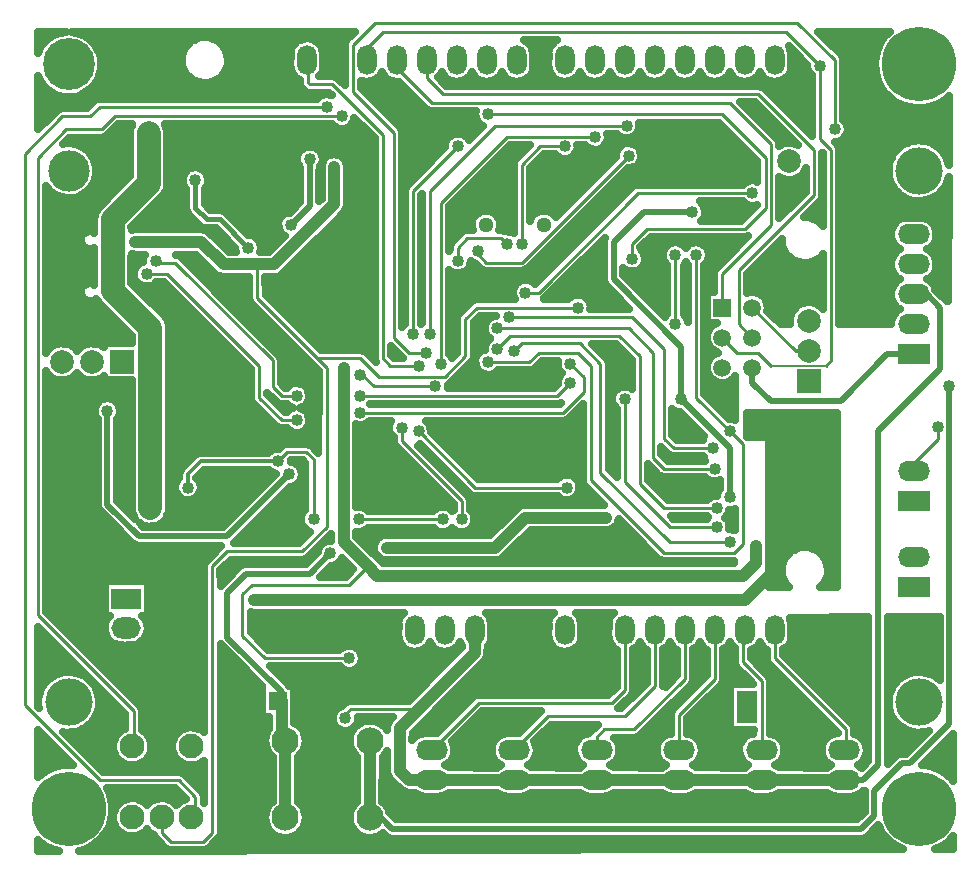
<source format=gbr>
G04 DipTrace 2.05 beta*
%INBottom.gbr*%
%MOIN*%
%ADD10C,0.0098*%
%ADD11C,0.0055*%
%ADD12C,0.003*%
%ADD13C,0.0197*%
%ADD14C,0.0394*%
%ADD15C,0.02*%
%ADD16C,0.03*%
%ADD17C,0.0138*%
%ADD18C,0.0157*%
%ADD19C,0.0118*%
%ADD20C,0.0787*%
%ADD21C,0.0165*%
%ADD22C,0.015*%
%ADD23C,0.0079*%
%ADD24C,0.025*%
%ADD25R,0.056X0.06*%
%ADD26R,0.06X0.056*%
%ADD27R,0.064X0.064*%
%ADD28R,0.07X0.102*%
%ADD29R,0.0709X0.1043*%
%ADD30R,0.0276X0.0276*%
%ADD31R,0.0591X0.0512*%
%ADD32R,0.048X0.063*%
%ADD33R,0.0512X0.0591*%
%ADD34R,0.0866X0.0945*%
%ADD35R,0.0945X0.0866*%
%ADD36R,0.063X0.048*%
%ADD37O,0.0984X0.0709*%
%ADD38R,0.0984X0.0709*%
%ADD39R,0.0787X0.0787*%
%ADD40C,0.0787*%
%ADD41R,0.1063X0.0669*%
%ADD42O,0.1063X0.0669*%
%ADD43R,0.0984X0.0787*%
%ADD44R,0.122X0.0217*%
%ADD45C,0.01*%
%ADD46O,0.065X0.1*%
%ADD47R,0.0591X0.0591*%
%ADD48C,0.0591*%
%ADD49R,0.0669X0.1063*%
%ADD50O,0.0669X0.1063*%
%ADD51R,0.06X0.06*%
%ADD52C,0.06*%
%ADD53R,0.0472X0.0394*%
%ADD54R,0.0394X0.0472*%
%ADD55R,0.1772X0.1102*%
%ADD56R,0.1004X0.2953*%
%ADD57R,0.0551X0.0512*%
%ADD58R,0.1063X0.0472*%
%ADD59C,0.0827*%
%ADD60C,0.0906*%
%ADD61C,0.0373*%
%ADD62R,0.0709X0.0197*%
%ADD63R,0.0197X0.0709*%
%ADD64R,0.05X0.015*%
%ADD65R,0.065X0.0157*%
%ADD66O,0.0134X0.0143*%
%ADD67R,0.0165X0.0701*%
%ADD68R,0.08X0.026*%
%ADD69O,0.0143X0.0134*%
%ADD70R,0.0701X0.0165*%
%ADD71C,0.248*%
%ADD72C,0.1732*%
%ADD73C,0.1378*%
%ADD74C,0.1575*%
%ADD75C,0.0512*%
%ADD76C,0.04*%
%ADD77C,0.0191*%
%ADD78C,0.0354*%
%ADD79C,0.128*%
%ADD80C,0.0295*%
%ADD81C,0.0335*%
%ADD82C,0.035*%
%ADD83C,0.038*%
%ADD84C,0.126*%
%ADD85C,0.0236*%
%ADD86C,0.0479*%
%ADD87C,0.0321*%
%ADD88C,0.0433*%
%ADD89C,0.1654*%
%ADD90C,0.1496*%
%ADD91C,0.1457*%
%ADD92C,0.1299*%
%ADD93C,0.1811*%
%ADD94C,0.2559*%
%ADD95C,0.2402*%
%ADD96R,0.078X0.0244*%
%ADD97R,0.0622X0.0087*%
%ADD98R,0.0879X0.0339*%
%ADD99R,0.0721X0.0181*%
%ADD100R,0.0244X0.078*%
%ADD101R,0.0087X0.0622*%
%ADD102R,0.0728X0.0236*%
%ADD103R,0.0571X0.0079*%
%ADD104R,0.0579X0.0228*%
%ADD105R,0.0421X0.0071*%
%ADD106R,0.0276X0.0787*%
%ADD107R,0.0118X0.063*%
%ADD108R,0.0787X0.0276*%
%ADD109R,0.063X0.0118*%
%ADD110C,0.0984*%
%ADD111C,0.0748*%
%ADD112R,0.1142X0.0551*%
%ADD113R,0.0984X0.0394*%
%ADD114R,0.063X0.0591*%
%ADD115R,0.0472X0.0433*%
%ADD116R,0.1083X0.3031*%
%ADD117R,0.0925X0.2874*%
%ADD118R,0.185X0.1181*%
%ADD119R,0.1693X0.1024*%
%ADD120R,0.0472X0.0551*%
%ADD121R,0.0315X0.0394*%
%ADD122R,0.0551X0.0472*%
%ADD123R,0.0394X0.0315*%
%ADD124C,0.0679*%
%ADD125C,0.0521*%
%ADD126R,0.0679X0.0679*%
%ADD127R,0.0521X0.0521*%
%ADD128O,0.0748X0.1142*%
%ADD129O,0.0591X0.0984*%
%ADD130R,0.0748X0.1142*%
%ADD131R,0.0591X0.0984*%
%ADD132C,0.0669*%
%ADD133R,0.0669X0.0669*%
%ADD134R,0.0512X0.0512*%
%ADD135O,0.0729X0.1079*%
%ADD136O,0.0571X0.0921*%
%ADD137R,0.1299X0.0295*%
%ADD138R,0.1142X0.0138*%
%ADD139R,0.1063X0.0866*%
%ADD140R,0.0906X0.0709*%
%ADD141O,0.1142X0.0748*%
%ADD142O,0.0984X0.0591*%
%ADD143R,0.1142X0.0748*%
%ADD144R,0.0984X0.0591*%
%ADD145C,0.0866*%
%ADD146C,0.0709*%
%ADD147R,0.0866X0.0866*%
%ADD148R,0.0709X0.0709*%
%ADD149R,0.1063X0.0787*%
%ADD150R,0.0906X0.063*%
%ADD151O,0.1063X0.0787*%
%ADD152O,0.0906X0.063*%
%ADD153R,0.0709X0.0559*%
%ADD154R,0.0551X0.0401*%
%ADD155R,0.1024X0.0945*%
%ADD156R,0.0866X0.0787*%
%ADD157R,0.0945X0.1024*%
%ADD158R,0.0787X0.0866*%
%ADD159R,0.0591X0.0669*%
%ADD160R,0.0433X0.0512*%
%ADD161R,0.0559X0.0709*%
%ADD162R,0.0401X0.0551*%
%ADD163R,0.0669X0.0591*%
%ADD164R,0.0512X0.0433*%
%ADD165R,0.0354X0.0354*%
%ADD166R,0.0197X0.0197*%
%ADD167R,0.0787X0.1122*%
%ADD168R,0.063X0.0965*%
%ADD169R,0.0779X0.1099*%
%ADD170R,0.0621X0.0941*%
%ADD171R,0.0719X0.0719*%
%ADD172R,0.0561X0.0561*%
%ADD173R,0.0679X0.0639*%
%ADD174R,0.0521X0.0481*%
%ADD175R,0.0639X0.0679*%
%ADD176R,0.0481X0.0521*%
%ADD177C,0.0866*%
%ADD178C,0.0709*%
%ADD179C,0.0062*%
%ADD180C,0.0093*%
%ADD181C,0.0077*%
%ADD182C,0.0046*%
%ADD183C,0.0232*%
%ADD184C,0.0185*%
%ADD185C,0.017*%
%ADD186C,0.0124*%
%FSLAX44Y44*%
%SFA1B1*%
%OFA0B0*%
G04*
G70*
G90*
G75*
G01*
%LNBottom*%
%LPD*%
X25315Y-20625D2*
G54D10*
Y-21565D1*
X27690Y-23940D1*
Y-24628D1*
X27626D1*
X24315Y-20625D2*
X24253D1*
Y-21690D1*
X24876Y-22314D1*
Y-24628D1*
X23315Y-20625D2*
Y-22252D1*
X22126Y-23441D1*
Y-24628D1*
X22315Y-20625D2*
Y-22252D1*
X20627Y-23940D1*
X19627D1*
X19377Y-24190D1*
Y-24627D1*
X19376Y-24628D1*
X21315Y-20625D2*
Y-22502D1*
X20315Y-23502D1*
X17752D1*
X16626Y-24628D1*
X20315Y-20625D2*
Y-22627D1*
X19877Y-23065D1*
X15439D1*
X13876Y-24628D1*
X14877Y-16939D2*
Y-16314D1*
X12876Y-14314D1*
Y-13876D1*
X18377Y-15877D2*
X15314D1*
X13439Y-14001D1*
Y-11814D2*
X12501D1*
X12251Y-11564D1*
Y-4125D1*
X10564Y-2438D1*
X9814D1*
X9751Y-2375D1*
Y-1589D1*
X9715Y-1625D1*
X26628Y-14627D2*
G54D13*
Y-13501D1*
X26565D1*
X26128Y-17627D2*
G54D14*
X25878D1*
X25315Y-18189D1*
Y-18627D1*
X24315Y-19627D1*
X8313D1*
X7938D1*
X8313D2*
G54D13*
D3*
X25378Y-13501D2*
X24753D1*
X24565Y-6063D2*
G54D10*
X20752D1*
X17439Y-9376D1*
X17002D1*
X18315Y-4500D2*
X17502D1*
X16877Y-5126D1*
Y-7751D1*
X15435Y-7997D2*
X15314D1*
X15693Y-8376D1*
X16877D1*
X20440Y-4813D1*
X16064Y-10564D2*
X20440D1*
X21252Y-11376D1*
Y-14877D1*
X21627Y-15252D1*
X23315D1*
X23252Y-14564D2*
X21940D1*
X21627Y-14251D1*
Y-11251D1*
X20565Y-10189D1*
X16439D1*
X14752Y-4500D2*
X13251Y-6001D1*
Y-10751D1*
X23377Y-16564D2*
X21627D1*
X20815Y-15752D1*
Y-11501D1*
X20127Y-10814D1*
X16502D1*
X16064Y-11251D1*
X23377Y-17189D2*
X21815D1*
X20315Y-15689D1*
Y-12939D1*
X13689Y-11376D2*
X13126D1*
X12626Y-10876D1*
Y-4063D1*
X11251Y-2688D1*
Y-1125D1*
X12001Y-375D1*
X26065D1*
X27315Y-1625D1*
Y-3938D1*
X9001Y-26874D2*
G54D14*
Y-24315D1*
G54D10*
X8876D1*
G54D14*
Y-23002D1*
G54D10*
Y-22690D1*
G54D13*
X7063Y-20877D1*
Y-19377D1*
X7688Y-18752D1*
X9814D1*
X10501Y-18064D1*
X11501Y-12126D2*
G54D10*
X11564D1*
X11939Y-12501D1*
X14001D1*
X8751Y-23002D2*
X8876D1*
X12715Y-1625D2*
Y-1901D1*
X13876Y-3063D1*
X23815D1*
X25190Y-4438D1*
Y-7126D1*
X23565Y-8751D1*
Y-9876D1*
X13715Y-1625D2*
Y-2214D1*
X14251Y-2750D1*
X24753D1*
X26628Y-4625D1*
Y-6126D1*
X24128Y-8626D1*
Y-10439D1*
X24565Y-10876D1*
X13876Y-26628D2*
G54D14*
X16626D1*
X19376D1*
X22126D1*
X24876D2*
X22126D1*
X27626D2*
X24876D1*
X11439Y-7813D2*
X11501D1*
Y-9876D1*
X11439D1*
X29941Y-11439D2*
G54D13*
X29065D1*
X27503Y-13001D1*
X25190D1*
X24565Y-12376D1*
Y-11876D1*
X16377Y-9501D2*
X15377D1*
X14752Y-8876D1*
X7751Y-23002D2*
G54D14*
Y-23793D1*
X7229Y-24315D1*
X11501Y-13376D2*
G54D10*
X18252D1*
X18939Y-12689D1*
Y-12189D1*
X18502Y-11751D1*
X8751Y-15002D2*
G54D19*
X6188D1*
X5751Y-15439D1*
Y-15877D1*
X7751Y-7876D2*
G54D18*
X6813Y-6938D1*
X6376D1*
X6001Y-6563D1*
Y-5626D1*
X4438Y-4063D2*
G54D20*
Y-4813D1*
Y-5751D1*
X3250Y-6938D1*
Y-9313D1*
X4500Y-10564D1*
Y-15877D1*
Y-16564D1*
Y-16314D2*
G54D18*
Y-16564D1*
Y-15877D2*
D3*
X4438Y-4438D2*
D3*
G54D20*
Y-4063D1*
Y-4813D2*
G54D18*
D3*
X4500Y-15877D2*
Y-16314D1*
X14251Y-16939D2*
G54D10*
X11439D1*
X9939D2*
Y-14939D1*
X9689Y-14689D1*
X9063D1*
X8751Y-15002D1*
X27626Y-25628D2*
G54D14*
X24876D1*
X22126D1*
X16626D2*
X19376D1*
X13876D2*
X16626D1*
X19376D2*
X22126D1*
X15315Y-20625D2*
Y-21376D1*
X13439Y-23252D1*
X12814Y-23878D1*
Y-25315D1*
X13126Y-25628D1*
X13876D1*
X11001Y-23565D2*
G54D10*
Y-23440D1*
X11189Y-23252D1*
X13439D1*
X29941Y-9439D2*
G54D13*
X30379D1*
X30816Y-9876D1*
Y-11939D1*
X28753Y-14001D1*
Y-25128D1*
X28253Y-25628D1*
X27626D1*
X22565Y-6689D2*
X20939D1*
X19940Y-7688D1*
Y-8938D1*
X22190Y-11189D1*
Y-12939D1*
X23815Y-16189D2*
Y-14564D1*
X22190Y-12939D1*
X19690Y-16877D2*
G54D14*
X17002D1*
X16002Y-17876D1*
X12376D1*
X30753Y-13874D2*
G54D10*
Y-14251D1*
X29691Y-15314D1*
X29941D1*
X3065Y-13316D2*
G54D13*
Y-16441D1*
X4125Y-17502D1*
X7057D1*
X9126Y-15433D1*
X10939Y-11876D2*
G54D14*
Y-17689D1*
X11750Y-18501D1*
X12064Y-18814D1*
X24253D1*
X24690Y-18377D1*
Y-17814D1*
X11126Y-21565D2*
G54D10*
X8313D1*
X7563Y-20815D1*
Y-19440D1*
X7876Y-19127D1*
X11124D1*
X11750Y-18501D1*
X10376Y-3188D2*
X2813D1*
X2500Y-3500D1*
X1563D1*
X313Y-4750D1*
Y-23127D1*
X2813Y-25628D1*
X5438D1*
X6001Y-26190D1*
Y-26724D1*
X5860Y-26865D1*
X10626Y-5188D2*
G54D14*
Y-6438D1*
X8626Y-8438D1*
X8063D1*
X6938D1*
X6188Y-7688D1*
X4000D1*
X4876Y-26865D2*
G54D10*
Y-27378D1*
X5188Y-27690D1*
X6251D1*
X6563Y-27378D1*
Y-18502D1*
X7063Y-18002D1*
X9564D1*
X10376Y-17189D1*
Y-11885D1*
X10055Y-11564D1*
X8063Y-9573D1*
Y-8438D1*
X18752Y-9876D2*
X15377D1*
X15002Y-10251D1*
Y-11501D1*
X14314Y-12189D1*
X12126D1*
X11501Y-11564D1*
X10055D1*
X11501Y-12814D2*
X18064D1*
X18502Y-12376D1*
X9188Y-7126D2*
G54D13*
X9814Y-6501D1*
Y-4938D1*
X4375Y-8751D2*
G54D10*
X5063D1*
X8126Y-11814D1*
Y-12876D1*
X8876Y-13626D1*
X9376D1*
X4688Y-8313D2*
Y-8376D1*
X5313D1*
X8574Y-11636D1*
Y-12512D1*
X8876Y-12814D1*
X9376D1*
X26442Y-11314D2*
X26003D1*
X24565Y-9876D1*
X23815Y-17689D2*
X21815D1*
X19502Y-15377D1*
Y-11751D1*
X18814Y-11064D1*
X16877D1*
X16627Y-11314D1*
X23815Y-14001D2*
X24253Y-14439D1*
Y-17752D1*
X23940Y-18064D1*
X21627D1*
X19190Y-15627D1*
Y-11814D1*
X18752Y-11376D1*
X17439D1*
X17127Y-11689D1*
X15752D1*
X22690Y-8126D2*
Y-12876D1*
X23815Y-14001D1*
X20377Y-3813D2*
X16002D1*
X13814Y-6001D1*
Y-10751D1*
X19315Y-4188D2*
X16377D1*
X14189Y-6376D1*
Y-11751D1*
X20565Y-8251D2*
Y-7751D1*
X21065Y-7251D1*
X24315D1*
X25003Y-6563D1*
Y-4876D1*
X23565Y-3438D1*
X15752D1*
X10876Y-3500D2*
X3313D1*
X2875Y-3938D1*
X1688D1*
X750Y-4876D1*
Y-20127D1*
X3938Y-23315D1*
Y-24456D1*
X3891Y-24503D1*
X11814Y-26874D2*
G54D14*
Y-26503D1*
Y-24315D1*
Y-26503D2*
G54D13*
X12564Y-27253D1*
X28190D1*
X28628Y-26815D1*
Y-26003D1*
X29566Y-25065D1*
X29816D1*
X31128Y-23752D1*
Y-12501D1*
X14752Y-8313D2*
G54D10*
Y-7876D1*
X15064Y-7563D1*
X16189D1*
X16377Y-7751D1*
X11715Y-1625D2*
Y-1224D1*
X12251Y-688D1*
X25690D1*
X26753Y-1750D1*
X26815Y-1813D1*
X26753Y-1750D2*
X26815D1*
Y-4250D1*
X27190Y-4625D1*
Y-11626D1*
X27003Y-11814D1*
G54D23*
X25190D1*
G54D10*
X24753Y-11376D1*
X24065D1*
X23565Y-10876D1*
X22002Y-8126D2*
Y-10422D1*
G54D76*
X14877Y-16939D3*
X12876Y-13876D3*
X18377Y-15877D3*
X13439Y-14001D3*
Y-11814D3*
X7938Y-19627D3*
X24565Y-6063D3*
X17002Y-9376D3*
X18315Y-4500D3*
X16877Y-7751D3*
X15435Y-7997D3*
X20440Y-4813D3*
X16064Y-10564D3*
X23315Y-15252D3*
X23252Y-14564D3*
X16439Y-10189D3*
X14752Y-4500D3*
X13251Y-10751D3*
X23377Y-16564D3*
X16064Y-11251D3*
X23377Y-17189D3*
X20315Y-12939D3*
X13689Y-11376D3*
X27315Y-3938D3*
X10501Y-18064D3*
X11501Y-12126D3*
X14001Y-12501D3*
X11439Y-7813D3*
Y-9876D3*
X16377Y-9501D3*
X14752Y-8876D3*
X11501Y-13376D3*
X18502Y-11751D3*
X8751Y-15002D3*
X5751Y-15877D3*
X7751Y-7876D3*
X6001Y-5626D3*
X4438Y-4063D3*
X4500Y-16564D3*
X4438Y-4063D3*
X5751Y-15877D3*
X14251Y-16939D3*
X11439D3*
X9939D3*
X8751Y-15002D3*
X11001Y-23565D3*
X22565Y-6689D3*
X22190Y-12939D3*
X23815Y-16189D3*
X19690Y-16877D3*
X12376Y-17876D3*
X30753Y-13874D3*
X3065Y-13316D3*
X9126Y-15433D3*
X10939Y-11876D3*
X24690Y-17814D3*
X11126Y-21565D3*
X10376Y-3188D3*
X10626Y-5188D3*
X4000Y-7688D3*
X18752Y-9876D3*
X11501Y-12814D3*
X18502Y-12376D3*
X9188Y-7126D3*
X9814Y-4938D3*
X4375Y-8751D3*
X9376Y-13626D3*
X4688Y-8313D3*
X9376Y-12814D3*
X23815Y-17689D3*
X16627Y-11314D3*
X23815Y-14001D3*
X15752Y-11689D3*
X22690Y-8126D3*
X23815Y-14001D3*
X20377Y-3813D3*
X13814Y-10751D3*
X19315Y-4188D3*
X14189Y-11751D3*
X20565Y-8251D3*
X15752Y-3438D3*
X10876Y-3500D3*
X31128Y-12501D3*
X14752Y-8313D3*
X16377Y-7751D3*
X26815Y-1813D3*
X22002Y-8126D3*
Y-10422D3*
X24753Y-13501D3*
Y-14001D3*
X24690Y-18189D3*
X8313Y-19627D3*
X25378Y-13501D3*
X26003D3*
X26565D3*
X26128Y-14627D3*
X26628D3*
X4500Y-16314D3*
Y-15877D3*
X26128Y-15377D3*
X26628D3*
X4438Y-4438D3*
Y-4813D3*
X26128Y-16127D3*
X26628D3*
X26128Y-16877D3*
X26628D3*
X26128Y-17627D3*
X26628D3*
X24403Y-13625D2*
G54D24*
X27355D1*
X24403Y-13874D2*
X27355D1*
X24403Y-14122D2*
X27355D1*
X25155Y-14371D2*
X27355D1*
X25155Y-14620D2*
X27355D1*
X25155Y-14869D2*
X27355D1*
X25155Y-15117D2*
X27355D1*
X25155Y-15366D2*
X27355D1*
X25155Y-15615D2*
X27355D1*
X25155Y-15863D2*
X27355D1*
X25155Y-16112D2*
X27355D1*
X25155Y-16361D2*
X27355D1*
X25155Y-16609D2*
X27355D1*
X25155Y-16858D2*
X27355D1*
X25155Y-17107D2*
X27355D1*
X25155Y-17355D2*
X27355D1*
X25155Y-17604D2*
X27355D1*
X25155Y-17853D2*
X27355D1*
X25155Y-18101D2*
X25733D1*
X26897D2*
X27355D1*
X25155Y-18350D2*
X25577D1*
X27053D2*
X27355D1*
X25155Y-18599D2*
X25526D1*
X27104D2*
X27355D1*
X25155Y-18848D2*
X25558D1*
X27072D2*
X27355D1*
X25155Y-19096D2*
X25687D1*
X26944D2*
X27355D1*
X27070Y-18750D2*
X27039Y-18871D1*
X26990Y-18985D1*
X26922Y-19090D1*
X26829Y-19190D1*
X27378D1*
Y-13376D1*
X24378D1*
Y-14177D1*
X24628Y-14189D1*
X25003D1*
X25108Y-14250D1*
X25128Y-14314D1*
Y-19190D1*
X25796D1*
X25725Y-19112D1*
X25654Y-19009D1*
X25600Y-18897D1*
X25565Y-18777D1*
X25551Y-18653D1*
X25556Y-18528D1*
X25582Y-18406D1*
X25628Y-18290D1*
X25692Y-18182D1*
X25772Y-18087D1*
X25867Y-18006D1*
X25974Y-17941D1*
X26090Y-17894D1*
X26211Y-17867D1*
X26336Y-17861D1*
X26460Y-17874D1*
X26580Y-17908D1*
X26694Y-17961D1*
X26797Y-18031D1*
X26887Y-18118D1*
X26962Y-18217D1*
X27020Y-18328D1*
X27059Y-18447D1*
X27080Y-18625D1*
X27070Y-18750D1*
X775Y-936D2*
X1047D1*
X2496D2*
X5957D1*
X6672D2*
X9500D1*
X9929D2*
X11028D1*
X27039D2*
X28891D1*
X2715Y-1185D2*
X5665D1*
X6965D2*
X9211D1*
X10218D2*
X10954D1*
X17218D2*
X17809D1*
X27285D2*
X28754D1*
X2832Y-1434D2*
X5551D1*
X7082D2*
X9141D1*
X10289D2*
X10954D1*
X17289D2*
X17743D1*
X25886D2*
X26028D1*
X27535D2*
X28668D1*
X2882Y-1682D2*
X5528D1*
X7101D2*
X9141D1*
X10289D2*
X10954D1*
X17289D2*
X17743D1*
X25886D2*
X26274D1*
X27613D2*
X28633D1*
X2875Y-1931D2*
X5590D1*
X7043D2*
X9157D1*
X10273D2*
X10954D1*
X17273D2*
X17758D1*
X25871D2*
X26383D1*
X27613D2*
X28637D1*
X2808Y-2180D2*
X5762D1*
X6867D2*
X9293D1*
X10675D2*
X10954D1*
X12136D2*
X12293D1*
X14136D2*
X14293D1*
X15136D2*
X15293D1*
X16136D2*
X16293D1*
X17136D2*
X17895D1*
X18734D2*
X18895D1*
X19734D2*
X19895D1*
X20734D2*
X20895D1*
X21734D2*
X21895D1*
X22734D2*
X22895D1*
X23734D2*
X23895D1*
X24734D2*
X24895D1*
X25734D2*
X26516D1*
X27613D2*
X28688D1*
X775Y-2428D2*
X875D1*
X2668D2*
X9457D1*
X11550D2*
X12832D1*
X14340D2*
X26516D1*
X27613D2*
X28786D1*
X775Y-2677D2*
X1141D1*
X2402D2*
X9657D1*
X11652D2*
X13079D1*
X25090D2*
X26516D1*
X27613D2*
X28942D1*
X775Y-2926D2*
X2711D1*
X11898D2*
X13329D1*
X25340D2*
X26516D1*
X27613D2*
X29192D1*
X775Y-3174D2*
X2415D1*
X12148D2*
X13579D1*
X24336D2*
X24766D1*
X25586D2*
X26516D1*
X27613D2*
X29676D1*
X30558D2*
X31090D1*
X775Y-3423D2*
X1231D1*
X12398D2*
X15305D1*
X24586D2*
X25016D1*
X25836D2*
X26516D1*
X27613D2*
X31090D1*
X775Y-3672D2*
X981D1*
X11289D2*
X11390D1*
X12644D2*
X15375D1*
X24836D2*
X25262D1*
X26086D2*
X26516D1*
X27668D2*
X31090D1*
X3304Y-3920D2*
X3813D1*
X5062D2*
X10801D1*
X10952D2*
X11637D1*
X12882D2*
X15485D1*
X20812D2*
X23637D1*
X25082D2*
X25512D1*
X26332D2*
X26516D1*
X27761D2*
X31090D1*
X3043Y-4169D2*
X3797D1*
X5082D2*
X11883D1*
X12925D2*
X14461D1*
X15039D2*
X15235D1*
X19761D2*
X20125D1*
X20632D2*
X23887D1*
X25332D2*
X25762D1*
X27695D2*
X31086D1*
X1961Y-4418D2*
X3797D1*
X5082D2*
X11954D1*
X12925D2*
X14313D1*
X19695D2*
X20262D1*
X20617D2*
X24133D1*
X27394D2*
X29629D1*
X30609D2*
X31086D1*
X2437Y-4667D2*
X3797D1*
X5082D2*
X9465D1*
X10164D2*
X11954D1*
X12925D2*
X14176D1*
X16308D2*
X16926D1*
X18730D2*
X20016D1*
X20863D2*
X24383D1*
X27488D2*
X29317D1*
X30918D2*
X31089D1*
X2617Y-4915D2*
X3797D1*
X5082D2*
X9368D1*
X10976D2*
X11954D1*
X12925D2*
X13926D1*
X16058D2*
X16676D1*
X17496D2*
X18204D1*
X18425D2*
X19926D1*
X20875D2*
X24633D1*
X27488D2*
X29165D1*
X2695Y-5164D2*
X3797D1*
X5082D2*
X9430D1*
X11074D2*
X11954D1*
X12925D2*
X13676D1*
X15812D2*
X16579D1*
X17250D2*
X19680D1*
X20703D2*
X24704D1*
X27488D2*
X29094D1*
X2703Y-5413D2*
X3797D1*
X5082D2*
X5610D1*
X6390D2*
X9465D1*
X11070D2*
X11954D1*
X12925D2*
X13430D1*
X15562D2*
X16579D1*
X17175D2*
X19430D1*
X20250D2*
X24704D1*
X27488D2*
X29086D1*
X2640Y-5661D2*
X3629D1*
X5082D2*
X5555D1*
X6449D2*
X9465D1*
X11070D2*
X11954D1*
X12925D2*
X13180D1*
X15312D2*
X16579D1*
X17175D2*
X19180D1*
X20004D2*
X24407D1*
X25488D2*
X26329D1*
X27488D2*
X29145D1*
X2488Y-5910D2*
X3379D1*
X5058D2*
X5661D1*
X6340D2*
X9465D1*
X11070D2*
X11954D1*
X15066D2*
X16579D1*
X17175D2*
X18934D1*
X19754D2*
X20497D1*
X25488D2*
X26329D1*
X27488D2*
X29278D1*
X30961D2*
X31079D1*
X1047Y-6159D2*
X1399D1*
X2144D2*
X3133D1*
X4925D2*
X5672D1*
X6328D2*
X9465D1*
X11070D2*
X11954D1*
X14816D2*
X16579D1*
X17175D2*
X18684D1*
X19504D2*
X20247D1*
X25488D2*
X26184D1*
X27488D2*
X29536D1*
X30699D2*
X31079D1*
X1047Y-6407D2*
X2883D1*
X4679D2*
X5672D1*
X6328D2*
X9426D1*
X11070D2*
X11954D1*
X14566D2*
X16579D1*
X17175D2*
X18434D1*
X19257D2*
X19997D1*
X22906D2*
X24293D1*
X25488D2*
X25934D1*
X26757D2*
X26891D1*
X27488D2*
X31079D1*
X1047Y-6656D2*
X2676D1*
X4429D2*
X5688D1*
X6945D2*
X9176D1*
X11011D2*
X11954D1*
X14488D2*
X15571D1*
X15804D2*
X16579D1*
X17175D2*
X17493D1*
X17728D2*
X18188D1*
X19007D2*
X19750D1*
X23011D2*
X24500D1*
X25488D2*
X25688D1*
X26507D2*
X26891D1*
X27488D2*
X31079D1*
X1047Y-6905D2*
X2610D1*
X4183D2*
X5891D1*
X7230D2*
X8801D1*
X10777D2*
X11954D1*
X14488D2*
X15239D1*
X16136D2*
X16579D1*
X18757D2*
X19500D1*
X22953D2*
X24250D1*
X26597D2*
X26891D1*
X27488D2*
X29559D1*
X30324D2*
X31075D1*
X1047Y-7153D2*
X2610D1*
X3933D2*
X6137D1*
X7480D2*
X8743D1*
X10531D2*
X11954D1*
X14488D2*
X15184D1*
X16191D2*
X16579D1*
X18511D2*
X19250D1*
X27488D2*
X29239D1*
X30640D2*
X31075D1*
X1047Y-7402D2*
X2266D1*
X6519D2*
X6825D1*
X7730D2*
X8844D1*
X10281D2*
X11954D1*
X14488D2*
X14813D1*
X18261D2*
X19004D1*
X27488D2*
X29161D1*
X30718D2*
X31075D1*
X1047Y-7651D2*
X2161D1*
X6769D2*
X7075D1*
X8132D2*
X8793D1*
X10031D2*
X11954D1*
X14488D2*
X14567D1*
X18011D2*
X18754D1*
X21074D2*
X24254D1*
X27488D2*
X29204D1*
X30679D2*
X31075D1*
X1047Y-7900D2*
X2321D1*
X7019D2*
X7301D1*
X8199D2*
X8547D1*
X9785D2*
X11954D1*
X17765D2*
X18504D1*
X19328D2*
X19594D1*
X20863D2*
X21622D1*
X23074D2*
X24004D1*
X25265D2*
X25575D1*
X27488D2*
X29403D1*
X30476D2*
X31071D1*
X1047Y-8148D2*
X2610D1*
X3894D2*
X4274D1*
X5488D2*
X6028D1*
X9535D2*
X11954D1*
X17515D2*
X18258D1*
X19078D2*
X19594D1*
X21000D2*
X21555D1*
X23136D2*
X23758D1*
X25015D2*
X25731D1*
X27488D2*
X29243D1*
X30640D2*
X31071D1*
X1047Y-8397D2*
X2610D1*
X3894D2*
X4118D1*
X5746D2*
X6278D1*
X9285D2*
X11954D1*
X15191D2*
X15275D1*
X17265D2*
X18008D1*
X18828D2*
X19594D1*
X20988D2*
X21653D1*
X23039D2*
X23508D1*
X24765D2*
X26891D1*
X27488D2*
X29161D1*
X30718D2*
X31071D1*
X1047Y-8646D2*
X2610D1*
X5992D2*
X6528D1*
X9039D2*
X11954D1*
X15039D2*
X15629D1*
X16941D2*
X17758D1*
X18582D2*
X19594D1*
X20285D2*
X20389D1*
X20742D2*
X21704D1*
X22300D2*
X22394D1*
X22988D2*
X23290D1*
X24519D2*
X26891D1*
X27488D2*
X29200D1*
X30679D2*
X31067D1*
X1047Y-8894D2*
X2610D1*
X6242D2*
X7766D1*
X8359D2*
X11954D1*
X14488D2*
X17512D1*
X18332D2*
X19594D1*
X20375D2*
X21704D1*
X22300D2*
X22394D1*
X22988D2*
X23266D1*
X24425D2*
X26891D1*
X27488D2*
X29395D1*
X30484D2*
X31067D1*
X1047Y-9143D2*
X2258D1*
X3976D2*
X4192D1*
X4558D2*
X5043D1*
X6492D2*
X7766D1*
X8359D2*
X11954D1*
X14488D2*
X16622D1*
X18082D2*
X19665D1*
X20625D2*
X21704D1*
X22300D2*
X22394D1*
X22988D2*
X23266D1*
X24425D2*
X26891D1*
X27488D2*
X29247D1*
X30636D2*
X31067D1*
X1047Y-9392D2*
X2161D1*
X4226D2*
X5293D1*
X6738D2*
X7766D1*
X8359D2*
X11954D1*
X14488D2*
X16555D1*
X17836D2*
X19915D1*
X20875D2*
X21704D1*
X22300D2*
X22394D1*
X24777D2*
X26891D1*
X27488D2*
X29165D1*
X30812D2*
X31067D1*
X1047Y-9640D2*
X2336D1*
X4476D2*
X5543D1*
X6988D2*
X7774D1*
X8543D2*
X11954D1*
X14488D2*
X15215D1*
X19129D2*
X20161D1*
X21121D2*
X21704D1*
X22300D2*
X22394D1*
X25050D2*
X26891D1*
X27488D2*
X29200D1*
X1047Y-9889D2*
X2930D1*
X4722D2*
X5790D1*
X7238D2*
X7969D1*
X8789D2*
X11954D1*
X14488D2*
X14954D1*
X19199D2*
X20411D1*
X21371D2*
X21704D1*
X22300D2*
X22394D1*
X25109D2*
X25969D1*
X27488D2*
X29387D1*
X1047Y-10138D2*
X3176D1*
X4972D2*
X6040D1*
X7484D2*
X8219D1*
X9039D2*
X11954D1*
X14488D2*
X14727D1*
X25238D2*
X25825D1*
X27488D2*
X29250D1*
X1047Y-10386D2*
X3426D1*
X5117D2*
X6290D1*
X7734D2*
X8465D1*
X9289D2*
X11954D1*
X14488D2*
X14704D1*
X15300D2*
X15657D1*
X25484D2*
X25805D1*
X27488D2*
X29165D1*
X1047Y-10635D2*
X3676D1*
X5144D2*
X6536D1*
X7984D2*
X8715D1*
X9535D2*
X11954D1*
X14488D2*
X14704D1*
X15300D2*
X15622D1*
X22988D2*
X23082D1*
X1047Y-10884D2*
X3860D1*
X5144D2*
X6786D1*
X8230D2*
X8965D1*
X9785D2*
X11954D1*
X14488D2*
X14704D1*
X15300D2*
X15762D1*
X1047Y-11132D2*
X1266D1*
X1859D2*
X2266D1*
X5144D2*
X7036D1*
X8480D2*
X9211D1*
X10035D2*
X11954D1*
X14488D2*
X14704D1*
X15300D2*
X15633D1*
X19293D2*
X20036D1*
X22988D2*
X23087D1*
X5144Y-11381D2*
X7282D1*
X8730D2*
X9461D1*
X11730D2*
X11954D1*
X12550D2*
X12722D1*
X14488D2*
X14704D1*
X15300D2*
X15436D1*
X19543D2*
X20286D1*
X22988D2*
X23383D1*
X5144Y-11630D2*
X7532D1*
X8871D2*
X9711D1*
X19769D2*
X20516D1*
X22988D2*
X23082D1*
X5144Y-11879D2*
X7782D1*
X8871D2*
X9957D1*
X15035D2*
X15348D1*
X17347D2*
X18075D1*
X19800D2*
X20516D1*
X2019Y-12127D2*
X2106D1*
X5144D2*
X7829D1*
X8871D2*
X10079D1*
X14785D2*
X18133D1*
X19800D2*
X20516D1*
X22988D2*
X23087D1*
X1047Y-12376D2*
X3860D1*
X5144D2*
X7829D1*
X8871D2*
X10079D1*
X14539D2*
X18055D1*
X19800D2*
X20516D1*
X22988D2*
X23403D1*
X23726D2*
X23969D1*
X1047Y-12625D2*
X3860D1*
X5144D2*
X7829D1*
X9781D2*
X10079D1*
X19800D2*
X20004D1*
X22988D2*
X23969D1*
X1047Y-12873D2*
X3860D1*
X5144D2*
X7829D1*
X9820D2*
X10079D1*
X23097D2*
X23965D1*
X1047Y-13122D2*
X2665D1*
X3465D2*
X3860D1*
X5144D2*
X7961D1*
X8781D2*
X9059D1*
X9691D2*
X10079D1*
X19800D2*
X19908D1*
X23347D2*
X23965D1*
X1047Y-13371D2*
X2622D1*
X3511D2*
X3860D1*
X5144D2*
X8211D1*
X9738D2*
X10079D1*
X18668D2*
X18891D1*
X19800D2*
X20016D1*
X21925D2*
X22141D1*
X23593D2*
X23965D1*
X1047Y-13619D2*
X2719D1*
X3410D2*
X3860D1*
X5144D2*
X8457D1*
X9824D2*
X10079D1*
X18402D2*
X18891D1*
X19800D2*
X20016D1*
X21925D2*
X22391D1*
X1047Y-13868D2*
X2719D1*
X3410D2*
X3860D1*
X5144D2*
X8723D1*
X9750D2*
X10079D1*
X11382D2*
X12426D1*
X13867D2*
X18891D1*
X19800D2*
X20016D1*
X21925D2*
X22637D1*
X1047Y-14117D2*
X2719D1*
X3410D2*
X3860D1*
X5144D2*
X10079D1*
X11382D2*
X12504D1*
X13965D2*
X18891D1*
X19800D2*
X20016D1*
X21925D2*
X22887D1*
X1047Y-14365D2*
X2719D1*
X3410D2*
X3860D1*
X5144D2*
X10079D1*
X11382D2*
X12582D1*
X14215D2*
X18891D1*
X19800D2*
X20016D1*
X1047Y-14614D2*
X2719D1*
X3410D2*
X3860D1*
X5144D2*
X8555D1*
X11382D2*
X12766D1*
X14461D2*
X18891D1*
X19800D2*
X20016D1*
X1047Y-14863D2*
X2719D1*
X3410D2*
X3860D1*
X5144D2*
X5903D1*
X11382D2*
X13016D1*
X14711D2*
X18891D1*
X19800D2*
X20016D1*
X21648D2*
X22926D1*
X1047Y-15111D2*
X2719D1*
X3410D2*
X3860D1*
X5144D2*
X5653D1*
X9425D2*
X9641D1*
X11382D2*
X13262D1*
X14961D2*
X18891D1*
X19800D2*
X20016D1*
X1047Y-15360D2*
X2719D1*
X3410D2*
X3860D1*
X5144D2*
X5454D1*
X6254D2*
X8500D1*
X9566D2*
X9643D1*
X11382D2*
X13512D1*
X15207D2*
X18891D1*
X19894D2*
X20016D1*
X21113D2*
X21325D1*
X1047Y-15609D2*
X2719D1*
X3410D2*
X3860D1*
X5144D2*
X5399D1*
X6105D2*
X8469D1*
X9535D2*
X9639D1*
X11382D2*
X13762D1*
X18730D2*
X18891D1*
X21113D2*
X23063D1*
X1047Y-15858D2*
X2719D1*
X3410D2*
X3860D1*
X5144D2*
X5301D1*
X6199D2*
X8223D1*
X9183D2*
X9641D1*
X11382D2*
X14008D1*
X18824D2*
X19008D1*
X21332D2*
X23469D1*
X1047Y-16106D2*
X2719D1*
X3410D2*
X3860D1*
X5144D2*
X5372D1*
X6132D2*
X7973D1*
X8933D2*
X9641D1*
X11382D2*
X14258D1*
X18757D2*
X19258D1*
X21578D2*
X23375D1*
X1047Y-16355D2*
X2719D1*
X3457D2*
X3860D1*
X5144D2*
X7723D1*
X8683D2*
X9641D1*
X11382D2*
X14508D1*
X15175D2*
X19508D1*
X1047Y-16604D2*
X2762D1*
X3707D2*
X3860D1*
X5140D2*
X7477D1*
X8437D2*
X9641D1*
X11722D2*
X13969D1*
X15175D2*
X16657D1*
X1047Y-16852D2*
X2997D1*
X5070D2*
X7227D1*
X8187D2*
X9500D1*
X15316D2*
X16407D1*
X21886D2*
X23043D1*
X23715D2*
X23950D1*
X1047Y-17101D2*
X3243D1*
X4832D2*
X6977D1*
X7937D2*
X9524D1*
X15293D2*
X16157D1*
X20074D2*
X20254D1*
X23816D2*
X23946D1*
X1047Y-17350D2*
X3493D1*
X7691D2*
X9805D1*
X11566D2*
X14122D1*
X14382D2*
X14747D1*
X15007D2*
X15911D1*
X17148D2*
X20500D1*
X1047Y-17598D2*
X3743D1*
X7441D2*
X9555D1*
X10379D2*
X10493D1*
X11468D2*
X12032D1*
X16898D2*
X20750D1*
X1047Y-17847D2*
X6809D1*
X11715D2*
X11930D1*
X16652D2*
X21000D1*
X1047Y-18096D2*
X6559D1*
X9879D2*
X9989D1*
X16402D2*
X21247D1*
X1047Y-18344D2*
X6317D1*
X7132D2*
X9743D1*
X10843D2*
X10972D1*
X12215D2*
X23942D1*
X1047Y-18593D2*
X6266D1*
X6882D2*
X7368D1*
X10453D2*
X11223D1*
X1047Y-18842D2*
X6266D1*
X6859D2*
X7118D1*
X10203D2*
X11000D1*
X1047Y-19090D2*
X2946D1*
X4429D2*
X6266D1*
X1047Y-19339D2*
X2946D1*
X4429D2*
X6266D1*
X1047Y-19588D2*
X2946D1*
X4429D2*
X6266D1*
X1047Y-19837D2*
X2946D1*
X4429D2*
X6266D1*
X1117Y-20085D2*
X2946D1*
X4429D2*
X6266D1*
X7859D2*
X12879D1*
X15750D2*
X17879D1*
X18750D2*
X19879D1*
X1367Y-20334D2*
X2997D1*
X4379D2*
X6266D1*
X7859D2*
X12754D1*
X15875D2*
X17754D1*
X18875D2*
X19754D1*
X25875D2*
X28407D1*
X29101D2*
X30782D1*
X1617Y-20583D2*
X2946D1*
X4429D2*
X6266D1*
X7859D2*
X12743D1*
X15886D2*
X17743D1*
X18886D2*
X19743D1*
X25886D2*
X28407D1*
X29101D2*
X30782D1*
X775Y-20831D2*
X1043D1*
X1863D2*
X3012D1*
X4363D2*
X6266D1*
X7992D2*
X12743D1*
X15886D2*
X17743D1*
X18886D2*
X19743D1*
X25886D2*
X28407D1*
X29101D2*
X30782D1*
X775Y-21080D2*
X1293D1*
X2113D2*
X3266D1*
X4113D2*
X6266D1*
X8238D2*
X12817D1*
X15812D2*
X17817D1*
X18812D2*
X19817D1*
X25812D2*
X28407D1*
X29101D2*
X30782D1*
X775Y-21329D2*
X1540D1*
X2363D2*
X6266D1*
X6859D2*
X7036D1*
X11504D2*
X13145D1*
X13488D2*
X14145D1*
X14488D2*
X14743D1*
X15761D2*
X18145D1*
X18488D2*
X20016D1*
X20613D2*
X21016D1*
X21613D2*
X22016D1*
X22613D2*
X23016D1*
X23613D2*
X23954D1*
X24550D2*
X25016D1*
X25613D2*
X28407D1*
X29101D2*
X30782D1*
X775Y-21577D2*
X1790D1*
X2609D2*
X6266D1*
X6859D2*
X7282D1*
X11574D2*
X14497D1*
X15711D2*
X20016D1*
X20613D2*
X21016D1*
X21613D2*
X22016D1*
X22613D2*
X23016D1*
X23613D2*
X23954D1*
X24550D2*
X25016D1*
X25738D2*
X28407D1*
X29101D2*
X30782D1*
X775Y-21826D2*
X2040D1*
X2859D2*
X6266D1*
X6859D2*
X7532D1*
X11484D2*
X14247D1*
X15484D2*
X20016D1*
X20613D2*
X21016D1*
X21613D2*
X22016D1*
X22613D2*
X23016D1*
X23613D2*
X23993D1*
X24800D2*
X25165D1*
X25988D2*
X28407D1*
X29101D2*
X30782D1*
X775Y-22075D2*
X1422D1*
X2121D2*
X2286D1*
X3109D2*
X6266D1*
X6859D2*
X7782D1*
X8742D2*
X13997D1*
X15234D2*
X20016D1*
X20613D2*
X21016D1*
X21613D2*
X22016D1*
X22613D2*
X23016D1*
X23613D2*
X24227D1*
X25047D2*
X25415D1*
X26234D2*
X28407D1*
X29101D2*
X29766D1*
X30468D2*
X30782D1*
X775Y-22323D2*
X1024D1*
X3355D2*
X6266D1*
X6859D2*
X8028D1*
X8988D2*
X13750D1*
X14988D2*
X20016D1*
X20613D2*
X21016D1*
X21613D2*
X21832D1*
X22601D2*
X22832D1*
X23601D2*
X24477D1*
X25175D2*
X25665D1*
X26484D2*
X28407D1*
X29101D2*
X29372D1*
X2695Y-22572D2*
X2783D1*
X3605D2*
X6266D1*
X6859D2*
X8204D1*
X9300D2*
X13500D1*
X14738D2*
X19961D1*
X20613D2*
X20836D1*
X22406D2*
X22589D1*
X23406D2*
X23793D1*
X25175D2*
X25911D1*
X26734D2*
X28407D1*
X29101D2*
X29195D1*
X2785Y-22821D2*
X3032D1*
X3855D2*
X6266D1*
X6859D2*
X8204D1*
X9300D2*
X13250D1*
X14488D2*
X15293D1*
X22156D2*
X22339D1*
X23156D2*
X23793D1*
X25175D2*
X26161D1*
X26980D2*
X28407D1*
X2808Y-23069D2*
X3282D1*
X4101D2*
X6266D1*
X6859D2*
X8204D1*
X9320D2*
X10961D1*
X14242D2*
X15024D1*
X21910D2*
X22089D1*
X22910D2*
X23793D1*
X25175D2*
X26411D1*
X27230D2*
X28407D1*
X2765Y-23318D2*
X3532D1*
X4234D2*
X6266D1*
X6859D2*
X8204D1*
X9320D2*
X10633D1*
X13992D2*
X14774D1*
X21660D2*
X21860D1*
X22660D2*
X23793D1*
X25175D2*
X26657D1*
X27480D2*
X28407D1*
X2652Y-23567D2*
X3641D1*
X4234D2*
X6266D1*
X6859D2*
X8430D1*
X9320D2*
X10551D1*
X11449D2*
X12504D1*
X13742D2*
X14528D1*
X15347D2*
X17278D1*
X21410D2*
X21829D1*
X22425D2*
X23793D1*
X25175D2*
X26907D1*
X27726D2*
X28407D1*
X29101D2*
X29235D1*
X2433Y-23816D2*
X3641D1*
X4234D2*
X6266D1*
X6859D2*
X8430D1*
X9480D2*
X10633D1*
X12293D2*
X12370D1*
X13496D2*
X14278D1*
X15097D2*
X17028D1*
X17847D2*
X19340D1*
X21164D2*
X21829D1*
X22425D2*
X23793D1*
X25175D2*
X27157D1*
X27957D2*
X28407D1*
X29101D2*
X29454D1*
X1660Y-24064D2*
X3407D1*
X4379D2*
X5372D1*
X6859D2*
X8348D1*
X9652D2*
X11161D1*
X13257D2*
X14028D1*
X14851D2*
X16778D1*
X17601D2*
X19110D1*
X20914D2*
X21829D1*
X22425D2*
X24579D1*
X25175D2*
X27391D1*
X27988D2*
X28407D1*
X29101D2*
X30336D1*
X775Y-24313D2*
X1086D1*
X1910D2*
X3258D1*
X4523D2*
X5227D1*
X6859D2*
X8301D1*
X9703D2*
X11114D1*
X14601D2*
X15946D1*
X17351D2*
X18696D1*
X20058D2*
X21446D1*
X22808D2*
X24196D1*
X25558D2*
X26946D1*
X28308D2*
X28404D1*
X29101D2*
X30086D1*
X31047D2*
X31227D1*
X775Y-24562D2*
X1336D1*
X2156D2*
X3231D1*
X4550D2*
X5200D1*
X6859D2*
X8348D1*
X9656D2*
X11161D1*
X14652D2*
X15852D1*
X17402D2*
X18602D1*
X20152D2*
X21352D1*
X22902D2*
X24102D1*
X25652D2*
X26852D1*
X29101D2*
X29840D1*
X30800D2*
X31227D1*
X775Y-24810D2*
X1586D1*
X2406D2*
X3309D1*
X4472D2*
X5278D1*
X6859D2*
X8516D1*
X9484D2*
X11329D1*
X14625D2*
X15875D1*
X17375D2*
X18625D1*
X20125D2*
X21375D1*
X22875D2*
X24125D1*
X25625D2*
X26875D1*
X29101D2*
X29344D1*
X30550D2*
X31227D1*
X775Y-25059D2*
X1832D1*
X2656D2*
X3555D1*
X4226D2*
X5524D1*
X6859D2*
X8555D1*
X9445D2*
X11368D1*
X12257D2*
X12368D1*
X14453D2*
X16051D1*
X17203D2*
X18801D1*
X19953D2*
X21551D1*
X22703D2*
X24301D1*
X25453D2*
X27051D1*
X28203D2*
X28341D1*
X30300D2*
X31227D1*
X775Y-25308D2*
X1016D1*
X2902D2*
X6266D1*
X6859D2*
X8555D1*
X9445D2*
X11368D1*
X12257D2*
X12368D1*
X30875D2*
X31227D1*
X5777Y-25556D2*
X6266D1*
X6859D2*
X8555D1*
X9445D2*
X11368D1*
X12257D2*
X12446D1*
X6027Y-25805D2*
X6266D1*
X6859D2*
X8555D1*
X9445D2*
X11368D1*
X12257D2*
X12684D1*
X3164Y-26054D2*
X5454D1*
X6859D2*
X8555D1*
X9445D2*
X11368D1*
X12257D2*
X13293D1*
X14461D2*
X16043D1*
X17211D2*
X18793D1*
X19961D2*
X21543D1*
X22711D2*
X24293D1*
X25461D2*
X27043D1*
X3234Y-26302D2*
X3567D1*
X4215D2*
X4551D1*
X5199D2*
X5536D1*
X6859D2*
X8555D1*
X9445D2*
X11368D1*
X12257D2*
X28282D1*
X6859Y-26551D2*
X8383D1*
X9621D2*
X11196D1*
X12433D2*
X28282D1*
X6859Y-26800D2*
X8305D1*
X9699D2*
X11118D1*
X12590D2*
X28165D1*
X3183Y-27048D2*
X3259D1*
X6859D2*
X8321D1*
X9679D2*
X11137D1*
X3070Y-27297D2*
X3399D1*
X6859D2*
X8450D1*
X9554D2*
X11262D1*
X28625D2*
X28821D1*
X2890Y-27546D2*
X4637D1*
X6804D2*
X8899D1*
X9103D2*
X11711D1*
X11914D2*
X12407D1*
X28347D2*
X28997D1*
X775Y-27795D2*
X938D1*
X2605D2*
X4883D1*
X6558D2*
X29286D1*
X30953D2*
X31227D1*
X26355Y-5240D2*
X26293Y-5353D1*
X26212Y-5447D1*
X26113Y-5524D1*
X26001Y-5579D1*
X25880Y-5610D1*
X25756Y-5617D1*
X25632Y-5598D1*
X25515Y-5555D1*
X25465Y-5524D1*
X25463Y-6438D1*
Y-6903D1*
X26357Y-6011D1*
X26355Y-5239D1*
X25463Y-4478D2*
X25513Y-4447D1*
X25630Y-4403D1*
X25753Y-4384D1*
X25878Y-4390D1*
X25999Y-4421D1*
X26072Y-4457D1*
X24637Y-3020D1*
X24163Y-3023D1*
X25383Y-4245D1*
X25449Y-4354D1*
X25463Y-4438D1*
Y-4473D1*
X3547Y-21140D2*
X3458Y-21135D1*
X3338Y-21102D1*
X3227Y-21044D1*
X3132Y-20963D1*
X3056Y-20864D1*
X3003Y-20751D1*
X2976Y-20630D1*
X2975Y-20505D1*
X3002Y-20383D1*
X3053Y-20269D1*
X3143Y-20157D1*
X2972Y-20158D1*
Y-19003D1*
X4403D1*
Y-20158D1*
X4235D1*
X4283Y-20211D1*
X4348Y-20318D1*
X4389Y-20436D1*
X4403Y-20565D1*
X4390Y-20689D1*
X4350Y-20807D1*
X4286Y-20914D1*
X4200Y-21004D1*
X4097Y-21075D1*
X3981Y-21121D1*
X3823Y-21140D1*
X3550Y-21142D1*
Y-21138D1*
X3071Y-11069D2*
X3887D1*
X3883Y-10818D1*
X2814Y-9750D1*
X2710Y-9610D1*
X2692Y-9588D1*
X2585Y-9651D1*
X2462Y-9666D1*
X2343Y-9631D1*
X2248Y-9550D1*
X2194Y-9439D1*
X2189Y-9315D1*
X2235Y-9199D1*
X2323Y-9112D1*
X2438Y-9067D1*
X2562Y-9073D1*
X2635Y-9109D1*
X2633Y-7896D1*
X2585Y-7919D1*
X2462Y-7934D1*
X2343Y-7899D1*
X2248Y-7818D1*
X2194Y-7707D1*
X2189Y-7583D1*
X2235Y-7467D1*
X2323Y-7380D1*
X2438Y-7335D1*
X2562Y-7340D1*
X2635Y-7376D1*
X2633Y-6938D1*
X2646Y-6814D1*
X2683Y-6695D1*
X2771Y-6549D1*
X3256Y-6060D1*
X3822Y-5494D1*
X3821Y-4063D1*
X3833Y-3939D1*
X3873Y-3816D1*
X3876Y-3773D1*
X3427D1*
X3068Y-4131D1*
X2959Y-4196D1*
X2875Y-4211D1*
X1801D1*
X1598Y-4419D1*
X1722Y-4404D1*
X1847Y-4406D1*
X1970Y-4424D1*
X2090Y-4460D1*
X2204Y-4511D1*
X2310Y-4578D1*
X2405Y-4658D1*
X2489Y-4751D1*
X2559Y-4854D1*
X2615Y-4966D1*
X2655Y-5085D1*
X2678Y-5207D1*
X2684Y-5315D1*
X2676Y-5440D1*
X2650Y-5562D1*
X2608Y-5679D1*
X2550Y-5790D1*
X2478Y-5892D1*
X2393Y-5983D1*
X2296Y-6062D1*
X2189Y-6126D1*
X2074Y-6176D1*
X1954Y-6209D1*
X1830Y-6226D1*
X1705Y-6225D1*
X1581Y-6207D1*
X1461Y-6173D1*
X1347Y-6122D1*
X1241Y-6057D1*
X1144Y-5977D1*
X1022Y-5831D1*
X1023Y-11387D1*
X1094Y-11285D1*
X1184Y-11199D1*
X1290Y-11133D1*
X1406Y-11089D1*
X1530Y-11070D1*
X1654Y-11076D1*
X1775Y-11107D1*
X1888Y-11161D1*
X1986Y-11237D1*
X2060Y-11323D1*
X2184Y-11199D1*
X2290Y-11133D1*
X2406Y-11089D1*
X2530Y-11070D1*
X2654Y-11076D1*
X2775Y-11107D1*
X2888Y-11161D1*
X2946Y-11206D1*
Y-11069D1*
X3071D1*
X3887Y-12303D2*
X2946D1*
Y-12167D1*
X2890Y-12210D1*
X2778Y-12265D1*
X2657Y-12296D1*
X2532Y-12303D1*
X2409Y-12284D1*
X2292Y-12241D1*
X2186Y-12175D1*
X2095Y-12089D1*
X2066Y-12047D1*
X1988Y-12133D1*
X1890Y-12210D1*
X1778Y-12265D1*
X1657Y-12296D1*
X1532Y-12303D1*
X1409Y-12284D1*
X1292Y-12241D1*
X1186Y-12175D1*
X1095Y-12089D1*
X1022Y-11983D1*
X1023Y-20012D1*
X4131Y-23122D1*
X4196Y-23231D1*
X4211Y-23315D1*
Y-23952D1*
X4341Y-24052D1*
X4420Y-24148D1*
X4479Y-24258D1*
X4516Y-24377D1*
X4528Y-24503D1*
X4516Y-24627D1*
X4480Y-24746D1*
X4421Y-24856D1*
X4342Y-24953D1*
X4245Y-25032D1*
X4135Y-25091D1*
X4016Y-25127D1*
X3892Y-25140D1*
X3767Y-25127D1*
X3648Y-25091D1*
X3538Y-25032D1*
X3441Y-24953D1*
X3362Y-24857D1*
X3303Y-24747D1*
X3267Y-24628D1*
X3255Y-24503D1*
X3267Y-24379D1*
X3303Y-24260D1*
X3361Y-24150D1*
X3441Y-24053D1*
X3537Y-23974D1*
X3666Y-23909D1*
X3665Y-23429D1*
X748Y-20511D1*
X750Y-23176D1*
X779Y-23208D1*
X762Y-23082D1*
X764Y-22957D1*
X780Y-22833D1*
X812Y-22713D1*
X859Y-22597D1*
X920Y-22488D1*
X993Y-22387D1*
X1079Y-22295D1*
X1175Y-22216D1*
X1280Y-22148D1*
X1393Y-22094D1*
X1511Y-22055D1*
X1634Y-22030D1*
X1758Y-22021D1*
X1883Y-22027D1*
X2006Y-22048D1*
X2126Y-22085D1*
X2240Y-22136D1*
X2347Y-22200D1*
X2445Y-22277D1*
X2533Y-22366D1*
X2609Y-22465D1*
X2672Y-22573D1*
X2722Y-22687D1*
X2757Y-22807D1*
X2777Y-22930D1*
X2782Y-23031D1*
X2775Y-23156D1*
X2752Y-23279D1*
X2714Y-23398D1*
X2661Y-23511D1*
X2595Y-23617D1*
X2517Y-23715D1*
X2427Y-23801D1*
X2327Y-23876D1*
X2218Y-23938D1*
X2103Y-23986D1*
X1983Y-24020D1*
X1859Y-24039D1*
X1734Y-24042D1*
X1599Y-24027D1*
X2928Y-25357D1*
X4688Y-25355D1*
X5438D1*
X5562Y-25386D1*
X5631Y-25435D1*
X6193Y-25997D1*
X6259Y-26107D1*
X6273Y-26190D1*
Y-26382D1*
X6291Y-26378D1*
Y-24976D1*
X6214Y-25032D1*
X6104Y-25091D1*
X5984Y-25127D1*
X5860Y-25140D1*
X5736Y-25127D1*
X5616Y-25091D1*
X5506Y-25032D1*
X5410Y-24953D1*
X5331Y-24857D1*
X5272Y-24747D1*
X5235Y-24628D1*
X5223Y-24503D1*
X5235Y-24379D1*
X5271Y-24260D1*
X5330Y-24150D1*
X5409Y-24053D1*
X5505Y-23974D1*
X5615Y-23915D1*
X5735Y-23878D1*
X5859Y-23866D1*
X5983Y-23878D1*
X6103Y-23914D1*
X6213Y-23973D1*
X6288Y-24034D1*
X6291Y-22628D1*
Y-18502D1*
X6321Y-18378D1*
X6370Y-18309D1*
X6858Y-17822D1*
X4125Y-17824D1*
X4004Y-17800D1*
X3898Y-17729D1*
X2837Y-16669D1*
X2768Y-16566D1*
X2743Y-16441D1*
Y-13594D1*
X2690Y-13513D1*
X2649Y-13396D1*
X2644Y-13271D1*
X2675Y-13151D1*
X2740Y-13044D1*
X2833Y-12962D1*
X2946Y-12910D1*
X3070Y-12893D1*
X3193Y-12912D1*
X3304Y-12967D1*
X3396Y-13052D1*
X3458Y-13159D1*
X3488Y-13316D1*
X3470Y-13439D1*
X3417Y-13552D1*
X3388Y-13583D1*
X3387Y-16312D1*
X3991Y-16913D1*
X3912Y-16750D1*
X3887Y-16628D1*
X3883Y-15877D1*
Y-12302D1*
X25781Y-1165D2*
X25829Y-1258D1*
X25859Y-1380D1*
X25863Y-1700D1*
X25859Y-1800D1*
X25849Y-1924D1*
X25807Y-2042D1*
X25740Y-2147D1*
X25651Y-2234D1*
X25544Y-2298D1*
X25426Y-2337D1*
X25301Y-2348D1*
X25178Y-2331D1*
X25061Y-2287D1*
X24958Y-2217D1*
X24873Y-2125D1*
X24817Y-2027D1*
X24740Y-2147D1*
X24651Y-2234D1*
X24544Y-2298D1*
X24426Y-2337D1*
X24301Y-2348D1*
X24178Y-2331D1*
X24061Y-2287D1*
X23958Y-2217D1*
X23873Y-2125D1*
X23817Y-2027D1*
X23740Y-2147D1*
X23651Y-2234D1*
X23544Y-2298D1*
X23426Y-2337D1*
X23301Y-2348D1*
X23178Y-2331D1*
X23061Y-2287D1*
X22958Y-2217D1*
X22873Y-2125D1*
X22817Y-2027D1*
X22740Y-2147D1*
X22651Y-2234D1*
X22544Y-2298D1*
X22426Y-2337D1*
X22301Y-2348D1*
X22178Y-2331D1*
X22061Y-2287D1*
X21958Y-2217D1*
X21873Y-2125D1*
X21817Y-2027D1*
X21740Y-2147D1*
X21651Y-2234D1*
X21544Y-2298D1*
X21426Y-2337D1*
X21301Y-2348D1*
X21178Y-2331D1*
X21061Y-2287D1*
X20958Y-2217D1*
X20873Y-2125D1*
X20817Y-2027D1*
X20740Y-2147D1*
X20651Y-2234D1*
X20544Y-2298D1*
X20426Y-2337D1*
X20301Y-2348D1*
X20178Y-2331D1*
X20061Y-2287D1*
X19958Y-2217D1*
X19873Y-2125D1*
X19817Y-2027D1*
X19740Y-2147D1*
X19651Y-2234D1*
X19544Y-2298D1*
X19426Y-2337D1*
X19301Y-2348D1*
X19178Y-2331D1*
X19061Y-2287D1*
X18958Y-2217D1*
X18873Y-2125D1*
X18817Y-2027D1*
X18740Y-2147D1*
X18651Y-2234D1*
X18544Y-2298D1*
X18426Y-2337D1*
X18301Y-2348D1*
X18178Y-2331D1*
X18061Y-2287D1*
X17958Y-2217D1*
X17873Y-2125D1*
X17811Y-2017D1*
X17775Y-1898D1*
X17767Y-1800D1*
X17770Y-1450D1*
X17767Y-1423D1*
X17787Y-1300D1*
X17835Y-1185D1*
X17907Y-1083D1*
X18001Y-1001D1*
X18065Y-960D1*
X16960D1*
X17092Y-1052D1*
X17172Y-1147D1*
X17229Y-1258D1*
X17259Y-1380D1*
X17263Y-1700D1*
X17259Y-1800D1*
X17249Y-1924D1*
X17207Y-2042D1*
X17140Y-2147D1*
X17051Y-2234D1*
X16944Y-2298D1*
X16826Y-2337D1*
X16701Y-2348D1*
X16578Y-2331D1*
X16461Y-2287D1*
X16358Y-2217D1*
X16273Y-2125D1*
X16217Y-2027D1*
X16140Y-2147D1*
X16051Y-2234D1*
X15944Y-2298D1*
X15826Y-2337D1*
X15701Y-2348D1*
X15578Y-2331D1*
X15461Y-2287D1*
X15358Y-2217D1*
X15273Y-2125D1*
X15217Y-2027D1*
X15140Y-2147D1*
X15051Y-2234D1*
X14944Y-2298D1*
X14826Y-2337D1*
X14701Y-2348D1*
X14578Y-2331D1*
X14461Y-2287D1*
X14358Y-2217D1*
X14273Y-2125D1*
X14217Y-2027D1*
X14140Y-2147D1*
X14087Y-2198D1*
X14363Y-2477D1*
X24753Y-2478D1*
X24876Y-2508D1*
X24945Y-2558D1*
X26545Y-4157D1*
X26543Y-2137D1*
X26441Y-2010D1*
X26399Y-1892D1*
X26395Y-1780D1*
X25784Y-1167D1*
X23814Y-21023D2*
X23740Y-21147D1*
X23651Y-21234D1*
X23587Y-21272D1*
X23588Y-22252D1*
X23557Y-22376D1*
X23508Y-22445D1*
X22400Y-23553D1*
X22399Y-24078D1*
X22442Y-24083D1*
X22561Y-24123D1*
X22667Y-24188D1*
X22756Y-24276D1*
X22823Y-24380D1*
X22866Y-24498D1*
X22881Y-24628D1*
X22867Y-24752D1*
X22826Y-24870D1*
X22760Y-24975D1*
X22672Y-25064D1*
X22570Y-25128D1*
X22686Y-25207D1*
X24310Y-25208D1*
X24430Y-25129D1*
X24333Y-25066D1*
X24245Y-24978D1*
X24178Y-24872D1*
X24136Y-24755D1*
X24122Y-24631D1*
X24135Y-24507D1*
X24175Y-24389D1*
X24241Y-24283D1*
X24328Y-24194D1*
X24434Y-24127D1*
X24551Y-24085D1*
X24601Y-24079D1*
X24604Y-23944D1*
X23817Y-23942D1*
Y-22432D1*
X24602D1*
X24507Y-22330D1*
X24060Y-21883D1*
X23994Y-21774D1*
X23980Y-21690D1*
Y-21233D1*
X23873Y-21125D1*
X23817Y-21027D1*
X23045Y-21276D2*
X22958Y-21217D1*
X22873Y-21125D1*
X22817Y-21027D1*
X22740Y-21147D1*
X22651Y-21234D1*
X22587Y-21272D1*
X22588Y-22252D1*
X22557Y-22376D1*
X22508Y-22445D1*
X20820Y-24133D1*
X20711Y-24199D1*
X20627Y-24213D1*
X19944D1*
X20006Y-24275D1*
X20073Y-24380D1*
X20116Y-24498D1*
X20131Y-24628D1*
X20117Y-24752D1*
X20076Y-24870D1*
X20010Y-24975D1*
X19922Y-25064D1*
X19820Y-25128D1*
X19936Y-25207D1*
X21560Y-25208D1*
X21680Y-25129D1*
X21583Y-25066D1*
X21495Y-24978D1*
X21428Y-24873D1*
X21386Y-24755D1*
X21371Y-24631D1*
X21385Y-24507D1*
X21425Y-24389D1*
X21491Y-24283D1*
X21578Y-24194D1*
X21683Y-24127D1*
X21801Y-24085D1*
X21851Y-24079D1*
X21854Y-23441D1*
X21884Y-23317D1*
X21934Y-23248D1*
X23041Y-22140D1*
X23042Y-21280D1*
X22045Y-21276D2*
X21958Y-21217D1*
X21873Y-21125D1*
X21817Y-21027D1*
X21740Y-21147D1*
X21651Y-21234D1*
X21587Y-21272D1*
Y-22506D1*
X21672Y-22510D1*
X22045Y-22137D1*
X22042Y-21280D1*
X21045Y-21276D2*
X20958Y-21217D1*
X20873Y-21125D1*
X20817Y-21027D1*
X20740Y-21147D1*
X20651Y-21234D1*
X20587Y-21272D1*
X20588Y-22627D1*
X20557Y-22751D1*
X20508Y-22820D1*
X20099Y-23229D1*
X20201Y-23230D1*
X21042Y-22390D1*
Y-21279D1*
X19769Y-20450D2*
X19787Y-20300D1*
X19835Y-20185D1*
X19907Y-20083D1*
X19940Y-20047D1*
X18692Y-20052D1*
X18772Y-20147D1*
X18829Y-20258D1*
X18859Y-20380D1*
X18863Y-20700D1*
X18859Y-20800D1*
X18849Y-20924D1*
X18807Y-21042D1*
X18740Y-21147D1*
X18651Y-21234D1*
X18544Y-21298D1*
X18426Y-21337D1*
X18301Y-21348D1*
X18178Y-21331D1*
X18061Y-21287D1*
X17958Y-21217D1*
X17873Y-21125D1*
X17811Y-21017D1*
X17775Y-20898D1*
X17767Y-20800D1*
X17770Y-20450D1*
X17767Y-20423D1*
X17787Y-20300D1*
X17835Y-20185D1*
X17907Y-20083D1*
X17940Y-20047D1*
X15692Y-20052D1*
X15772Y-20147D1*
X15829Y-20258D1*
X15859Y-20380D1*
X15863Y-20700D1*
X15859Y-20800D1*
X15849Y-20924D1*
X15807Y-21042D1*
X15737Y-21149D1*
X15735Y-21376D1*
X15717Y-21500D1*
X15657Y-21620D1*
X15435Y-21850D1*
X13236Y-24050D1*
X13234Y-24295D1*
X13328Y-24194D1*
X13433Y-24127D1*
X13551Y-24085D1*
X13680Y-24070D1*
X14051D1*
X15247Y-22872D1*
X15356Y-22806D1*
X15439Y-22792D1*
X19764D1*
X20040Y-22516D1*
X20042Y-21279D1*
X19958Y-21217D1*
X19873Y-21125D1*
X19811Y-21017D1*
X19775Y-20898D1*
X19767Y-20800D1*
X19770Y-20450D1*
X14897Y-21151D2*
X14817Y-21027D1*
X14740Y-21147D1*
X14651Y-21234D1*
X14544Y-21298D1*
X14426Y-21337D1*
X14301Y-21348D1*
X14178Y-21331D1*
X14061Y-21287D1*
X13958Y-21217D1*
X13873Y-21125D1*
X13817Y-21027D1*
X13740Y-21147D1*
X13651Y-21234D1*
X13544Y-21298D1*
X13426Y-21337D1*
X13301Y-21348D1*
X13178Y-21331D1*
X13061Y-21287D1*
X12958Y-21217D1*
X12873Y-21125D1*
X12811Y-21017D1*
X12775Y-20898D1*
X12767Y-20800D1*
X12770Y-20450D1*
X12767Y-20423D1*
X12787Y-20300D1*
X12835Y-20185D1*
X12907Y-20083D1*
X12940Y-20047D1*
X7978Y-20049D1*
X7836Y-20035D1*
Y-20701D1*
X8427Y-21293D1*
X10802Y-21292D1*
X10894Y-21210D1*
X11007Y-21158D1*
X11131Y-21141D1*
X11254Y-21161D1*
X11366Y-21216D1*
X11457Y-21300D1*
X11520Y-21408D1*
X11550Y-21565D1*
X11531Y-21688D1*
X11478Y-21800D1*
X11394Y-21893D1*
X11287Y-21956D1*
X11166Y-21986D1*
X11042Y-21980D1*
X10925Y-21937D1*
X10825Y-21863D1*
X10804Y-21834D1*
X10001Y-21837D1*
X8482D1*
X9104Y-22462D1*
X9114Y-22478D1*
X9274Y-22479D1*
Y-22866D1*
X9296Y-23002D1*
Y-23709D1*
X9409Y-23776D1*
X9501Y-23860D1*
X9576Y-23960D1*
X9632Y-24072D1*
X9666Y-24192D1*
X9677Y-24315D1*
X9665Y-24439D1*
X9631Y-24559D1*
X9576Y-24671D1*
X9500Y-24771D1*
X9423Y-24842D1*
X9421Y-26342D1*
X9501Y-26419D1*
X9576Y-26519D1*
X9632Y-26631D1*
X9666Y-26751D1*
X9677Y-26874D1*
X9665Y-26998D1*
X9631Y-27118D1*
X9576Y-27230D1*
X9500Y-27330D1*
X9408Y-27414D1*
X9302Y-27479D1*
X9186Y-27524D1*
X9063Y-27547D1*
X8938D1*
X8815Y-27524D1*
X8699Y-27479D1*
X8593Y-27413D1*
X8501Y-27329D1*
X8426Y-27229D1*
X8370Y-27118D1*
X8336Y-26998D1*
X8325Y-26873D1*
X8336Y-26749D1*
X8371Y-26629D1*
X8426Y-26517D1*
X8502Y-26418D1*
X8580Y-26347D1*
X8581Y-24847D1*
X8501Y-24770D1*
X8426Y-24670D1*
X8370Y-24559D1*
X8336Y-24439D1*
X8325Y-24314D1*
X8336Y-24190D1*
X8371Y-24070D1*
X8426Y-23958D1*
X8457Y-23918D1*
X8456Y-23522D1*
X8227Y-23526D1*
Y-22495D1*
X6839Y-21107D1*
X6836Y-21502D1*
Y-27378D1*
X6805Y-27502D1*
X6756Y-27571D1*
X6443Y-27883D1*
X6334Y-27949D1*
X6251Y-27963D1*
X5188D1*
X5064Y-27932D1*
X4995Y-27883D1*
X4683Y-27571D1*
X4617Y-27462D1*
X4623Y-27479D1*
X4426Y-27316D1*
X4384Y-27264D1*
X4342Y-27315D1*
X4245Y-27394D1*
X4135Y-27453D1*
X4016Y-27489D1*
X3892Y-27502D1*
X3767Y-27490D1*
X3648Y-27453D1*
X3538Y-27395D1*
X3441Y-27316D1*
X3362Y-27219D1*
X3303Y-27109D1*
X3267Y-26990D1*
X3255Y-26866D1*
X3267Y-26741D1*
X3303Y-26622D1*
X3361Y-26512D1*
X3441Y-26415D1*
X3537Y-26336D1*
X3647Y-26277D1*
X3766Y-26241D1*
X3890Y-26228D1*
X4015Y-26240D1*
X4134Y-26276D1*
X4244Y-26335D1*
X4341Y-26414D1*
X4383Y-26465D1*
X4425Y-26415D1*
X4521Y-26336D1*
X4631Y-26277D1*
X4751Y-26241D1*
X4875Y-26228D1*
X4999Y-26240D1*
X5118Y-26276D1*
X5229Y-26335D1*
X5325Y-26414D1*
X5367Y-26465D1*
X5409Y-26415D1*
X5505Y-26336D1*
X5615Y-26277D1*
X5679Y-26258D1*
X5324Y-25900D1*
X3067D1*
X3125Y-26018D1*
X3200Y-26256D1*
X3234Y-26504D1*
X3230Y-26700D1*
X3187Y-26946D1*
X3104Y-27181D1*
X2981Y-27399D1*
X2824Y-27592D1*
X2635Y-27756D1*
X2422Y-27886D1*
X2190Y-27977D1*
X2103Y-27999D1*
X24378Y-27940D1*
X29592D1*
X29444Y-27874D1*
X29233Y-27740D1*
X29047Y-27573D1*
X28893Y-27376D1*
X28775Y-27156D1*
X28765Y-27131D1*
X28418Y-27480D1*
X28315Y-27550D1*
X28190Y-27575D1*
X12564D1*
X12442Y-27551D1*
X12336Y-27480D1*
X12251Y-27395D1*
X12115Y-27479D1*
X11999Y-27524D1*
X11876Y-27547D1*
X11751D1*
X11628Y-27524D1*
X11512Y-27479D1*
X11406Y-27413D1*
X11314Y-27329D1*
X11239Y-27229D1*
X11183Y-27118D1*
X11149Y-26998D1*
X11138Y-26873D1*
X11149Y-26749D1*
X11184Y-26629D1*
X11239Y-26517D1*
X11315Y-26418D1*
X11393Y-26347D1*
X11394Y-24843D1*
X11314Y-24770D1*
X11239Y-24670D1*
X11183Y-24559D1*
X11149Y-24439D1*
X11138Y-24314D1*
X11149Y-24190D1*
X11184Y-24070D1*
X11239Y-23958D1*
X11315Y-23859D1*
X11407Y-23775D1*
X11513Y-23709D1*
X11630Y-23664D1*
X11752Y-23642D1*
X11877D1*
X12000Y-23665D1*
X12116Y-23710D1*
X12222Y-23776D1*
X12314Y-23860D1*
X12395Y-23971D1*
X12394Y-23878D1*
X12412Y-23754D1*
X12471Y-23634D1*
X12575Y-23522D1*
X11939Y-23525D1*
X11423Y-23530D1*
X11406Y-23688D1*
X11353Y-23801D1*
X11269Y-23893D1*
X11162Y-23957D1*
X11041Y-23986D1*
X10917Y-23980D1*
X10800Y-23937D1*
X10700Y-23863D1*
X10626Y-23762D1*
X10585Y-23645D1*
X10580Y-23520D1*
X10611Y-23400D1*
X10676Y-23293D1*
X10769Y-23211D1*
X10902Y-23156D1*
X10996Y-23060D1*
X11105Y-22994D1*
X11189Y-22980D1*
X13114D1*
X14026Y-22071D1*
X14896Y-21201D1*
X12767Y-2343D2*
X12701Y-2348D1*
X12578Y-2331D1*
X12461Y-2287D1*
X12358Y-2217D1*
X12273Y-2125D1*
X12217Y-2027D1*
X12140Y-2147D1*
X12051Y-2234D1*
X11944Y-2298D1*
X11826Y-2337D1*
X11701Y-2348D1*
X11578Y-2331D1*
X11523Y-2310D1*
X11524Y-2574D1*
X12819Y-3870D1*
X12885Y-3979D1*
X12899Y-4063D1*
Y-10520D1*
X12926Y-10480D1*
X12982Y-10430D1*
X12979Y-9626D1*
Y-6001D1*
X13009Y-5877D1*
X13059Y-5808D1*
X14332Y-4535D1*
X14330Y-4456D1*
X14362Y-4335D1*
X14427Y-4229D1*
X14520Y-4146D1*
X14633Y-4094D1*
X14756Y-4077D1*
X14879Y-4097D1*
X14991Y-4151D1*
X15082Y-4236D1*
X15123Y-4307D1*
X15596Y-3833D1*
X15550Y-3810D1*
X15451Y-3736D1*
X15377Y-3635D1*
X15336Y-3518D1*
X15331Y-3393D1*
X15345Y-3337D1*
X13876Y-3335D1*
X13753Y-3305D1*
X13684Y-3256D1*
X12775Y-2347D1*
X9169Y-1450D2*
X9187Y-1300D1*
X9235Y-1185D1*
X9307Y-1083D1*
X9401Y-1001D1*
X9511Y-941D1*
X9631Y-908D1*
X9756Y-903D1*
X9878Y-927D1*
X9992Y-977D1*
X10092Y-1052D1*
X10172Y-1147D1*
X10229Y-1258D1*
X10259Y-1380D1*
X10263Y-1700D1*
X10259Y-1800D1*
X10249Y-1924D1*
X10207Y-2042D1*
X10121Y-2166D1*
X10564Y-2165D1*
X10687Y-2196D1*
X10756Y-2245D1*
X10980Y-2469D1*
X10979Y-1125D1*
X11009Y-1001D1*
X11058Y-932D1*
X11304Y-687D1*
X1887Y-688D1*
X2010Y-709D1*
X2130Y-743D1*
X2246Y-791D1*
X2355Y-851D1*
X2456Y-924D1*
X2549Y-1008D1*
X2631Y-1102D1*
X2702Y-1205D1*
X2761Y-1315D1*
X2807Y-1431D1*
X2839Y-1552D1*
X2861Y-1772D1*
X2854Y-1896D1*
X2833Y-2019D1*
X2797Y-2139D1*
X2748Y-2254D1*
X2687Y-2363D1*
X2613Y-2464D1*
X2528Y-2556D1*
X2434Y-2637D1*
X2330Y-2707D1*
X2219Y-2765D1*
X2103Y-2810D1*
X1982Y-2841D1*
X1858Y-2858D1*
X1733Y-2861D1*
X1609Y-2849D1*
X1486Y-2823D1*
X1368Y-2784D1*
X1255Y-2731D1*
X1148Y-2665D1*
X1050Y-2588D1*
X961Y-2500D1*
X883Y-2403D1*
X817Y-2297D1*
X749Y-2143D1*
X750Y-3926D1*
X1370Y-3308D1*
X1479Y-3242D1*
X1563Y-3228D1*
X2387D1*
X2620Y-2995D1*
X2729Y-2929D1*
X2813Y-2915D1*
X10051D1*
X10144Y-2834D1*
X10257Y-2781D1*
X10381Y-2764D1*
X10504Y-2784D1*
X10542Y-2803D1*
X10448Y-2708D1*
X9814Y-2710D1*
X9694Y-2683D1*
X9621Y-2631D1*
X9521Y-2522D1*
X9495Y-2470D1*
X9478Y-2375D1*
Y-2293D1*
X9358Y-2217D1*
X9273Y-2125D1*
X9211Y-2017D1*
X9175Y-1898D1*
X9167Y-1800D1*
X9170Y-1450D1*
X25806Y-20213D2*
X25829Y-20258D1*
X25859Y-20380D1*
X25863Y-20700D1*
X25859Y-20800D1*
X25849Y-20924D1*
X25807Y-21042D1*
X25740Y-21147D1*
X25651Y-21234D1*
X25587Y-21272D1*
X25588Y-21449D1*
X27883Y-23747D1*
X27949Y-23856D1*
X27963Y-23940D1*
Y-24085D1*
X28061Y-24123D1*
X28167Y-24188D1*
X28256Y-24275D1*
X28323Y-24380D1*
X28366Y-24498D1*
X28381Y-24628D1*
X28367Y-24752D1*
X28326Y-24870D1*
X28260Y-24975D1*
X28172Y-25064D1*
X28070Y-25128D1*
X28167Y-25188D1*
X28203Y-25224D1*
X28431Y-24994D1*
Y-20202D1*
X25812Y-20212D1*
X25045Y-21276D2*
X24958Y-21217D1*
X24873Y-21125D1*
X24817Y-21027D1*
X24740Y-21147D1*
X24651Y-21234D1*
X24526Y-21305D1*
X24525Y-21574D1*
X25069Y-22121D1*
X25135Y-22230D1*
X25149Y-22314D1*
Y-24076D1*
X25311Y-24123D1*
X25417Y-24188D1*
X25506Y-24275D1*
X25573Y-24380D1*
X25616Y-24498D1*
X25631Y-24628D1*
X25617Y-24752D1*
X25576Y-24870D1*
X25510Y-24975D1*
X25422Y-25064D1*
X25320Y-25128D1*
X25436Y-25207D1*
X27060Y-25208D1*
X27180Y-25129D1*
X27083Y-25066D1*
X26995Y-24978D1*
X26928Y-24872D1*
X26886Y-24755D1*
X26872Y-24631D1*
X26885Y-24507D1*
X26925Y-24389D1*
X26991Y-24283D1*
X27078Y-24194D1*
X27184Y-24127D1*
X27301Y-24085D1*
X27421Y-24070D1*
X27409Y-24044D1*
X25122Y-21757D1*
X25056Y-21648D1*
X25042Y-21565D1*
Y-21279D1*
X7070Y-1750D2*
X7039Y-1871D1*
X6990Y-1985D1*
X6922Y-2090D1*
X6838Y-2183D1*
X6741Y-2261D1*
X6631Y-2321D1*
X6514Y-2364D1*
X6391Y-2386D1*
X6266Y-2388D1*
X6143Y-2370D1*
X6024Y-2332D1*
X5913Y-2276D1*
X5812Y-2201D1*
X5725Y-2112D1*
X5654Y-2009D1*
X5600Y-1897D1*
X5565Y-1777D1*
X5551Y-1653D1*
X5556Y-1528D1*
X5582Y-1406D1*
X5628Y-1290D1*
X5692Y-1182D1*
X5772Y-1087D1*
X5867Y-1006D1*
X5974Y-941D1*
X6090Y-894D1*
X6211Y-867D1*
X6336Y-861D1*
X6460Y-874D1*
X6580Y-908D1*
X6694Y-961D1*
X6797Y-1031D1*
X6887Y-1118D1*
X6962Y-1217D1*
X7020Y-1328D1*
X7059Y-1447D1*
X7080Y-1625D1*
X7070Y-1750D1*
X26919Y-8093D2*
X26838Y-8183D1*
X26741Y-8261D1*
X26631Y-8321D1*
X26514Y-8364D1*
X26391Y-8386D1*
X26266Y-8388D1*
X26143Y-8370D1*
X26024Y-8332D1*
X25913Y-8276D1*
X25812Y-8201D1*
X25725Y-8112D1*
X25654Y-8009D1*
X25600Y-7897D1*
X25565Y-7777D1*
X25551Y-7653D1*
X25554Y-7587D1*
X24398Y-8741D1*
X24400Y-9388D1*
X24496Y-9362D1*
X24621Y-9360D1*
X24742Y-9388D1*
X24853Y-9445D1*
X24948Y-9526D1*
X25020Y-9628D1*
X25066Y-9743D1*
X25084Y-9876D1*
X25069Y-9996D1*
X25506Y-10432D1*
X25834Y-10429D1*
X25828Y-10253D1*
X25852Y-10130D1*
X25901Y-10016D1*
X25972Y-9913D1*
X26063Y-9827D1*
X26168Y-9760D1*
X26285Y-9717D1*
X26409Y-9698D1*
X26533Y-9703D1*
X26654Y-9734D1*
X26766Y-9789D1*
X26865Y-9865D1*
X26919Y-9927D1*
X26918Y-8099D1*
X26278Y-6864D2*
X26336Y-6861D1*
X26460Y-6874D1*
X26580Y-6908D1*
X26694Y-6961D1*
X26797Y-7031D1*
X26917Y-7158D1*
X26918Y-4740D1*
X26901Y-4722D1*
X26900Y-6126D1*
X26870Y-6249D1*
X26821Y-6318D1*
X26276Y-6863D1*
X29189Y-10407D2*
X29199Y-10318D1*
X29239Y-10200D1*
X29305Y-10094D1*
X29393Y-10005D1*
X29494Y-9940D1*
X29398Y-9877D1*
X29309Y-9789D1*
X29242Y-9684D1*
X29200Y-9566D1*
X29186Y-9442D1*
X29199Y-9318D1*
X29239Y-9200D1*
X29305Y-9094D1*
X29393Y-9005D1*
X29494Y-8940D1*
X29398Y-8877D1*
X29309Y-8789D1*
X29242Y-8684D1*
X29200Y-8566D1*
X29186Y-8442D1*
X29199Y-8318D1*
X29239Y-8200D1*
X29305Y-8094D1*
X29393Y-8005D1*
X29494Y-7940D1*
X29398Y-7877D1*
X29309Y-7789D1*
X29242Y-7684D1*
X29200Y-7566D1*
X29186Y-7442D1*
X29199Y-7318D1*
X29239Y-7200D1*
X29305Y-7094D1*
X29393Y-7005D1*
X29498Y-6938D1*
X29615Y-6896D1*
X29744Y-6881D1*
X30137Y-6885D1*
X30257Y-6894D1*
X30375Y-6934D1*
X30481Y-6999D1*
X30570Y-7087D1*
X30638Y-7191D1*
X30680Y-7309D1*
X30695Y-7439D1*
X30682Y-7563D1*
X30640Y-7681D1*
X30574Y-7786D1*
X30486Y-7875D1*
X30384Y-7939D1*
X30481Y-7999D1*
X30570Y-8087D1*
X30638Y-8191D1*
X30680Y-8309D1*
X30695Y-8439D1*
X30682Y-8563D1*
X30640Y-8681D1*
X30574Y-8786D1*
X30486Y-8875D1*
X30384Y-8939D1*
X30481Y-8999D1*
X30570Y-9087D1*
X30638Y-9191D1*
X30668Y-9276D1*
X31040Y-9646D1*
X31089Y-9648D1*
X31107Y-5527D1*
X31060Y-5681D1*
X31008Y-5795D1*
X30942Y-5901D1*
X30863Y-5998D1*
X30773Y-6085D1*
X30673Y-6160D1*
X30565Y-6222D1*
X30450Y-6270D1*
X30329Y-6303D1*
X30206Y-6322D1*
X30081Y-6325D1*
X29957Y-6313D1*
X29835Y-6285D1*
X29717Y-6243D1*
X29606Y-6186D1*
X29502Y-6117D1*
X29408Y-6034D1*
X29325Y-5941D1*
X29254Y-5839D1*
X29196Y-5728D1*
X29152Y-5611D1*
X29122Y-5490D1*
X29109Y-5366D1*
X29110Y-5241D1*
X29127Y-5117D1*
X29159Y-4996D1*
X29206Y-4880D1*
X29266Y-4771D1*
X29340Y-4670D1*
X29425Y-4579D1*
X29521Y-4499D1*
X29626Y-4432D1*
X29739Y-4378D1*
X29858Y-4338D1*
X29980Y-4314D1*
X30105Y-4304D1*
X30229Y-4310D1*
X30353Y-4332D1*
X30472Y-4368D1*
X30586Y-4419D1*
X30693Y-4484D1*
X30791Y-4561D1*
X30879Y-4650D1*
X30955Y-4749D1*
X31019Y-4856D1*
X31069Y-4971D1*
X31109Y-5125D1*
X31119Y-2839D1*
X30982Y-2953D1*
X30769Y-3083D1*
X30536Y-3174D1*
X30292Y-3225D1*
X30042Y-3233D1*
X29795Y-3199D1*
X29557Y-3123D1*
X29335Y-3008D1*
X29136Y-2857D1*
X28966Y-2675D1*
X28830Y-2466D1*
X28730Y-2236D1*
X28671Y-1994D1*
X28655Y-1745D1*
X28681Y-1496D1*
X28748Y-1256D1*
X28856Y-1031D1*
X29000Y-827D1*
X29140Y-685D1*
X28378Y-688D1*
X26765D1*
X27508Y-1432D1*
X27574Y-1541D1*
X27588Y-1625D1*
Y-3613D1*
X27646Y-3674D1*
X27709Y-3781D1*
X27739Y-3938D1*
X27720Y-4061D1*
X27667Y-4174D1*
X27583Y-4266D1*
X27476Y-4330D1*
X27355Y-4359D1*
X27305Y-4357D1*
X27383Y-4433D1*
X27449Y-4542D1*
X27463Y-4625D1*
Y-10418D1*
X29185Y-10410D1*
X13685Y-26186D2*
X13557Y-26172D1*
X13439Y-26132D1*
X13314Y-26046D1*
X13126Y-26048D1*
X13003Y-26030D1*
X12883Y-25970D1*
X12653Y-25748D1*
X12517Y-25612D1*
X12443Y-25512D1*
X12399Y-25385D1*
X12394Y-25065D1*
X12389Y-24671D1*
X12313Y-24771D1*
X12236Y-24842D1*
X12234Y-26342D1*
X12314Y-26419D1*
X12389Y-26519D1*
X12445Y-26631D1*
X12463Y-26695D1*
X12696Y-26930D1*
X28060Y-26931D1*
X28308Y-26680D1*
X28307Y-26007D1*
X28260Y-25975D1*
X28172Y-26064D1*
X28066Y-26130D1*
X27949Y-26172D1*
X27823Y-26186D1*
X27430Y-26182D1*
X27307Y-26172D1*
X27189Y-26131D1*
X27064Y-26046D1*
X25443Y-26048D1*
X25316Y-26130D1*
X25199Y-26172D1*
X25073Y-26186D1*
X24680Y-26182D1*
X24557Y-26172D1*
X24439Y-26131D1*
X24314Y-26046D1*
X22693Y-26048D1*
X22566Y-26130D1*
X22449Y-26172D1*
X22323Y-26186D1*
X21930Y-26182D1*
X21807Y-26172D1*
X21689Y-26132D1*
X21564Y-26046D1*
X19943Y-26048D1*
X19816Y-26130D1*
X19699Y-26172D1*
X19573Y-26186D1*
X19180Y-26182D1*
X19057Y-26172D1*
X18939Y-26131D1*
X18814Y-26046D1*
X17193Y-26048D1*
X17066Y-26130D1*
X16949Y-26172D1*
X16823Y-26186D1*
X16430Y-26182D1*
X16307Y-26172D1*
X16189Y-26132D1*
X16064Y-26046D1*
X14443Y-26048D1*
X14316Y-26130D1*
X14199Y-26172D1*
X14073Y-26186D1*
X13680Y-26182D1*
X14321Y-25129D2*
X14436Y-25207D1*
X16060Y-25208D1*
X16180Y-25129D1*
X16083Y-25066D1*
X15995Y-24978D1*
X15928Y-24873D1*
X15886Y-24755D1*
X15871Y-24631D1*
X15885Y-24507D1*
X15925Y-24389D1*
X15991Y-24283D1*
X16078Y-24194D1*
X16183Y-24127D1*
X16301Y-24085D1*
X16430Y-24070D1*
X16801D1*
X17533Y-23336D1*
X15553Y-23338D1*
X14552Y-24338D1*
X14616Y-24498D1*
X14631Y-24628D1*
X14617Y-24752D1*
X14576Y-24870D1*
X14510Y-24975D1*
X14422Y-25064D1*
X14320Y-25128D1*
X17071Y-25129D2*
X17186Y-25207D1*
X18810Y-25208D1*
X18930Y-25129D1*
X18833Y-25066D1*
X18745Y-24978D1*
X18678Y-24872D1*
X18636Y-24755D1*
X18622Y-24631D1*
X18635Y-24507D1*
X18675Y-24389D1*
X18741Y-24283D1*
X18828Y-24194D1*
X18934Y-24127D1*
X19051Y-24085D1*
X19133Y-24069D1*
X19184Y-23997D1*
X19405Y-23777D1*
X17865Y-23775D1*
X17301Y-24339D1*
X17366Y-24498D1*
X17381Y-24628D1*
X17367Y-24752D1*
X17326Y-24870D1*
X17260Y-24975D1*
X17172Y-25064D1*
X17070Y-25128D1*
X23171Y-9357D2*
X23292D1*
Y-8751D1*
X23323Y-8627D1*
X23372Y-8558D1*
X24419Y-7503D1*
X24315Y-7523D1*
X21178D1*
X20835Y-7866D1*
X20837Y-7927D1*
X20895Y-7987D1*
X20958Y-8094D1*
X20988Y-8251D1*
X20970Y-8374D1*
X20916Y-8487D1*
X20833Y-8579D1*
X20726Y-8643D1*
X20605Y-8672D1*
X20480Y-8666D1*
X20363Y-8623D1*
X20261Y-8545D1*
Y-8802D1*
X21645Y-10189D1*
X21733Y-10101D1*
X21730Y-9297D1*
Y-8449D1*
X21628Y-8323D1*
X21586Y-8206D1*
X21581Y-8081D1*
X21612Y-7961D1*
X21677Y-7854D1*
X21770Y-7772D1*
X21884Y-7719D1*
X22007Y-7702D1*
X22130Y-7722D1*
X22242Y-7777D1*
X22343Y-7878D1*
X22458Y-7772D1*
X22571Y-7719D1*
X22695Y-7702D1*
X22818Y-7722D1*
X22929Y-7777D1*
X23021Y-7862D1*
X23083Y-7969D1*
X23113Y-8126D1*
X23095Y-8249D1*
X23042Y-8362D1*
X22960Y-8451D1*
X22963Y-10751D1*
Y-12763D1*
X23780Y-13581D1*
X23820Y-13578D1*
X23943Y-13598D1*
X23988Y-13620D1*
X23995Y-12168D1*
X23954Y-12219D1*
X23861Y-12302D1*
X23751Y-12360D1*
X23630Y-12391D1*
X23505D1*
X23384Y-12362D1*
X23273Y-12305D1*
X23179Y-12223D1*
X23107Y-12120D1*
X23062Y-12004D1*
X23046Y-11881D1*
X23060Y-11757D1*
X23103Y-11640D1*
X23173Y-11536D1*
X23265Y-11453D1*
X23375Y-11393D1*
X23432Y-11379D1*
X23273Y-11305D1*
X23179Y-11223D1*
X23107Y-11120D1*
X23062Y-11004D1*
X23046Y-10881D1*
X23060Y-10757D1*
X23103Y-10640D1*
X23173Y-10536D1*
X23265Y-10453D1*
X23372Y-10395D1*
X23046D1*
Y-9357D1*
X23171D1*
X1445Y-28001D2*
X1210Y-27926D1*
X989Y-27811D1*
X790Y-27660D1*
X748Y-27619D1*
X750Y-28004D1*
X1441Y-28001D1*
X747Y-25530D2*
X930Y-25378D1*
X1146Y-25252D1*
X1380Y-25165D1*
X1625Y-25119D1*
X1875Y-25115D1*
X1917Y-25120D1*
X750Y-23951D1*
Y-25527D1*
X751Y-1395D2*
X831Y-1221D1*
X901Y-1117D1*
X981Y-1022D1*
X1072Y-936D1*
X1172Y-862D1*
X1281Y-799D1*
X1395Y-749D1*
X1515Y-713D1*
X1680Y-688D1*
X750D1*
Y-1395D1*
X31255Y-27496D2*
X31080Y-27678D1*
X30878Y-27826D1*
X30654Y-27937D1*
X30753Y-27940D1*
X31253D1*
Y-27499D1*
X30345Y-25129D2*
X30588Y-25189D1*
X30816Y-25289D1*
X31025Y-25426D1*
X31207Y-25597D1*
X31254Y-25654D1*
X31253Y-24085D1*
X30221Y-25115D1*
X30345Y-25129D1*
X30438Y-23990D2*
X30329Y-24020D1*
X30206Y-24039D1*
X30081Y-24042D1*
X29957Y-24029D1*
X29835Y-24002D1*
X29717Y-23959D1*
X29606Y-23903D1*
X29502Y-23833D1*
X29408Y-23751D1*
X29325Y-23658D1*
X29254Y-23555D1*
X29196Y-23445D1*
X29152Y-23328D1*
X29122Y-23206D1*
X29109Y-23082D1*
X29110Y-22957D1*
X29127Y-22833D1*
X29159Y-22713D1*
X29206Y-22597D1*
X29266Y-22488D1*
X29340Y-22387D1*
X29425Y-22295D1*
X29521Y-22216D1*
X29626Y-22148D1*
X29739Y-22094D1*
X29858Y-22055D1*
X29980Y-22030D1*
X30105Y-22021D1*
X30229Y-22027D1*
X30353Y-22048D1*
X30472Y-22085D1*
X30586Y-22136D1*
X30693Y-22200D1*
X30805Y-22291D1*
X30806Y-20194D1*
X29078Y-20199D1*
X29075Y-20876D1*
Y-25099D1*
X29338Y-24838D1*
X29441Y-24768D1*
X29566Y-24743D1*
X29679D1*
X30436Y-23990D1*
X16151Y-7250D2*
X16134Y-7290D1*
X16189Y-7291D1*
X16313Y-7321D1*
X16297Y-7313D1*
X16504Y-7347D1*
X16606Y-7397D1*
X16604Y-5126D1*
X16635Y-5002D1*
X16684Y-4933D1*
X17156Y-4460D1*
X16491Y-4461D1*
X14462Y-6488D1*
Y-8005D1*
X14479Y-7938D1*
Y-7876D1*
X14510Y-7752D1*
X14559Y-7683D1*
X14871Y-7371D1*
X14980Y-7305D1*
X15064Y-7291D1*
X15240D1*
X15226Y-7256D1*
X15208Y-7132D1*
X15223Y-7008D1*
X15269Y-6893D1*
X15343Y-6793D1*
X15441Y-6715D1*
X15555Y-6666D1*
X15679Y-6647D1*
X15802Y-6661D1*
X15919Y-6706D1*
X16019Y-6780D1*
X16097Y-6877D1*
X16147Y-6991D1*
X16167Y-7126D1*
X16151Y-7250D1*
X17148Y-6998D2*
X17190Y-6893D1*
X17265Y-6793D1*
X17362Y-6715D1*
X17477Y-6666D1*
X17600Y-6647D1*
X17724Y-6661D1*
X17840Y-6706D1*
X17940Y-6780D1*
X18010Y-6857D1*
X20018Y-4849D1*
X20019Y-4768D1*
X20050Y-4648D1*
X20115Y-4541D1*
X20208Y-4459D1*
X20321Y-4407D1*
X20444Y-4390D1*
X20567Y-4409D1*
X20679Y-4464D1*
X20770Y-4549D1*
X20833Y-4656D1*
X20863Y-4813D1*
X20845Y-4936D1*
X20791Y-5049D1*
X20708Y-5141D1*
X20601Y-5205D1*
X20480Y-5235D1*
X20406Y-5231D1*
X17070Y-8569D1*
X16960Y-8634D1*
X16877Y-8649D1*
X15693D1*
X15570Y-8618D1*
X15501Y-8569D1*
X15343Y-8411D1*
X15233Y-8369D1*
X15174Y-8325D1*
X15157Y-8437D1*
X15103Y-8549D1*
X15019Y-8641D1*
X14913Y-8705D1*
X14792Y-8735D1*
X14667Y-8728D1*
X14550Y-8686D1*
X14462Y-8626D1*
Y-11426D1*
X14520Y-11487D1*
X14561Y-11558D1*
X14732Y-11386D1*
X14729Y-10751D1*
Y-10251D1*
X14760Y-10127D1*
X14809Y-10058D1*
X15184Y-9683D1*
X15293Y-9617D1*
X15377Y-9603D1*
X16646D1*
X16586Y-9456D1*
X16581Y-9331D1*
X16612Y-9211D1*
X16677Y-9104D1*
X16770Y-9022D1*
X16883Y-8970D1*
X17006Y-8953D1*
X17129Y-8972D1*
X17241Y-9027D1*
X17324Y-9104D1*
X20559Y-5870D1*
X20668Y-5805D1*
X20752Y-5790D1*
X24240D1*
X24333Y-5709D1*
X24446Y-5657D1*
X24570Y-5640D1*
X24693Y-5659D1*
X24731Y-5678D1*
X24730Y-4989D1*
X23454Y-3712D1*
X20788Y-3710D1*
X20801Y-3813D1*
X20782Y-3936D1*
X20729Y-4049D1*
X20645Y-4141D1*
X20538Y-4205D1*
X20417Y-4234D1*
X20293Y-4228D1*
X20176Y-4185D1*
X20076Y-4111D1*
X20055Y-4082D1*
X19725Y-4086D1*
X19738Y-4188D1*
X19720Y-4311D1*
X19667Y-4424D1*
X19583Y-4516D1*
X19476Y-4580D1*
X19355Y-4609D1*
X19231Y-4603D1*
X19114Y-4560D1*
X19014Y-4486D1*
X18993Y-4457D1*
X18733Y-4461D1*
X18738Y-4500D1*
X18720Y-4624D1*
X18667Y-4736D1*
X18583Y-4828D1*
X18476Y-4892D1*
X18355Y-4922D1*
X18231Y-4915D1*
X18114Y-4873D1*
X18014Y-4798D1*
X17993Y-4770D1*
X17616Y-4773D1*
X17150Y-5237D1*
X17149Y-6989D1*
X14604Y-16615D2*
Y-16428D1*
X12684Y-14507D1*
X12618Y-14398D1*
X12604Y-14314D1*
Y-14201D1*
X12502Y-14074D1*
X12460Y-13956D1*
X12455Y-13832D1*
X12487Y-13711D1*
X12525Y-13648D1*
X11826Y-13649D1*
X11769Y-13704D1*
X11662Y-13768D1*
X11541Y-13798D1*
X11417Y-13791D1*
X11362Y-13771D1*
X11359Y-15001D1*
Y-16521D1*
X11443Y-16516D1*
X11566Y-16536D1*
X11678Y-16590D1*
X11761Y-16667D1*
X13927D1*
X14020Y-16585D1*
X14133Y-16533D1*
X14256Y-16516D1*
X14379Y-16536D1*
X14491Y-16590D1*
X14562Y-16656D1*
X15149Y-16439D2*
Y-16615D1*
X15207Y-16675D1*
X15270Y-16783D1*
X15300Y-16939D1*
X15282Y-17062D1*
X15228Y-17175D1*
X15145Y-17267D1*
X15038Y-17331D1*
X14917Y-17361D1*
X14792Y-17354D1*
X14675Y-17312D1*
X14564Y-17221D1*
X14519Y-17267D1*
X14412Y-17331D1*
X14292Y-17361D1*
X14167Y-17354D1*
X14050Y-17312D1*
X13950Y-17237D1*
X13930Y-17209D1*
X13126Y-17212D1*
X11763D1*
X11707Y-17267D1*
X11600Y-17331D1*
X11479Y-17361D1*
X11358Y-17354D1*
X11359Y-17513D1*
X12238Y-18394D1*
X23966D1*
X23968Y-18332D1*
X23815Y-18337D1*
X21627D1*
X21504Y-18306D1*
X21434Y-18257D1*
X20111Y-16934D1*
X20095Y-17000D1*
X20041Y-17112D1*
X19958Y-17205D1*
X19851Y-17268D1*
X19730Y-17298D1*
X17178Y-17297D1*
X16299Y-18173D1*
X16199Y-18248D1*
X16072Y-18291D1*
X15752Y-18297D1*
X12416Y-18298D1*
X12292Y-18291D1*
X12175Y-18249D1*
X12075Y-18174D1*
X12002Y-18074D1*
X11960Y-17956D1*
X11955Y-17832D1*
X11986Y-17711D1*
X12051Y-17605D1*
X12144Y-17522D1*
X12258Y-17470D1*
X12400Y-17456D1*
X15826D1*
X16705Y-16580D1*
X16805Y-16506D1*
X16932Y-16462D1*
X17252Y-16456D1*
X19633D1*
X18997Y-15819D1*
X18931Y-15710D1*
X18917Y-15627D1*
Y-13099D1*
X18445Y-13569D1*
X18336Y-13635D1*
X18252Y-13649D1*
X13678Y-13652D1*
X13770Y-13737D1*
X13832Y-13845D1*
X13862Y-14001D1*
X13857Y-14036D1*
X15430Y-15607D1*
X16064Y-15604D1*
X18052D1*
X18145Y-15522D1*
X18258Y-15470D1*
X18382Y-15453D1*
X18505Y-15473D1*
X18617Y-15528D1*
X18708Y-15612D1*
X18770Y-15720D1*
X18800Y-15877D1*
X18782Y-16000D1*
X18729Y-16112D1*
X18645Y-16205D1*
X18538Y-16268D1*
X18417Y-16298D1*
X18293Y-16292D1*
X18176Y-16249D1*
X18076Y-16174D1*
X18055Y-16146D1*
X17252Y-16149D1*
X15314D1*
X15190Y-16119D1*
X15121Y-16069D1*
X13472Y-14420D1*
X13423Y-14475D1*
X15069Y-16121D1*
X15135Y-16231D1*
X15149Y-16314D1*
Y-16439D1*
X12615Y-11541D2*
X12904D1*
X12522Y-11157D1*
X12524Y-11450D1*
X12613Y-11539D1*
X11979Y-11439D2*
Y-4240D1*
X11293Y-3553D1*
X11281Y-3624D1*
X11228Y-3736D1*
X11144Y-3828D1*
X11037Y-3892D1*
X10916Y-3922D1*
X10792Y-3915D1*
X10675Y-3873D1*
X10575Y-3798D1*
X10554Y-3770D1*
X9751Y-3773D1*
X4982D1*
X5026Y-3877D1*
X5052Y-3999D1*
X5055Y-4688D1*
Y-5751D1*
X5042Y-5875D1*
X5005Y-5994D1*
X4917Y-6140D1*
X4432Y-6629D1*
X3866Y-7195D1*
X3882Y-7282D1*
X4024Y-7268D1*
X6188D1*
X6311Y-7286D1*
X6432Y-7346D1*
X6662Y-7568D1*
X7112Y-8018D1*
X7348D1*
X7332Y-7882D1*
X6688Y-7240D1*
X6376D1*
X6251Y-7213D1*
X6162Y-7152D1*
X5787Y-6777D1*
X5718Y-6669D1*
X5698Y-6563D1*
Y-5919D1*
X5626Y-5823D1*
X5585Y-5705D1*
X5580Y-5581D1*
X5611Y-5460D1*
X5676Y-5354D1*
X5769Y-5271D1*
X5882Y-5219D1*
X6005Y-5202D1*
X6128Y-5222D1*
X6240Y-5276D1*
X6331Y-5361D1*
X6394Y-5469D1*
X6424Y-5626D1*
X6406Y-5749D1*
X6352Y-5861D1*
X6303Y-5916D1*
Y-6438D1*
X6501Y-6636D1*
X6813D1*
X6938Y-6664D1*
X7027Y-6725D1*
X7755Y-7452D1*
X7878Y-7472D1*
X7990Y-7527D1*
X8082Y-7612D1*
X8144Y-7719D1*
X8174Y-7876D1*
X8148Y-8017D1*
X8450Y-8018D1*
X8978Y-7492D1*
X8887Y-7424D1*
X8814Y-7323D1*
X8773Y-7205D1*
X8767Y-7081D1*
X8799Y-6960D1*
X8864Y-6854D1*
X8957Y-6771D1*
X9070Y-6719D1*
X9151Y-6708D1*
X9494Y-6365D1*
X9492Y-5216D1*
X9439Y-5135D1*
X9398Y-5018D1*
X9392Y-4893D1*
X9424Y-4773D1*
X9489Y-4666D1*
X9582Y-4584D1*
X9695Y-4532D1*
X9818Y-4515D1*
X9941Y-4534D1*
X10053Y-4589D1*
X10144Y-4674D1*
X10207Y-4781D1*
X10237Y-4938D1*
X10219Y-5061D1*
X10165Y-5174D1*
X10136Y-5205D1*
X10205Y-5143D1*
X10236Y-5023D1*
X10301Y-4917D1*
X10394Y-4834D1*
X10507Y-4782D1*
X10631Y-4765D1*
X10754Y-4784D1*
X10866Y-4839D1*
X10957Y-4924D1*
X11019Y-5031D1*
X11049Y-5188D1*
X11046Y-5688D1*
Y-6438D1*
X11028Y-6561D1*
X10969Y-6682D1*
X10746Y-6912D1*
X8923Y-8736D1*
X8823Y-8810D1*
X8696Y-8853D1*
X8376Y-8859D1*
X8333D1*
X8336Y-9458D1*
X10170Y-11294D1*
X10805Y-11291D1*
X11501D1*
X11625Y-11322D1*
X11694Y-11371D1*
X12006Y-11683D1*
X11979Y-11564D1*
Y-11439D1*
X24241Y-6336D2*
X22804Y-6340D1*
X22896Y-6425D1*
X22958Y-6533D1*
X22988Y-6689D1*
X22970Y-6812D1*
X22917Y-6925D1*
X22867Y-6980D1*
X24201Y-6978D1*
X24727Y-6453D1*
X24605Y-6485D1*
X24481Y-6478D1*
X24364Y-6436D1*
X24264Y-6361D1*
X24243Y-6333D1*
X19650Y-7551D2*
X17629Y-9571D1*
X17627Y-9603D1*
X18427D1*
X18520Y-9522D1*
X18633Y-9470D1*
X18757Y-9453D1*
X18880Y-9472D1*
X18992Y-9527D1*
X19083Y-9612D1*
X19145Y-9719D1*
X19175Y-9876D1*
X19169Y-9918D1*
X20189Y-9916D1*
X20460Y-9914D1*
X19712Y-9166D1*
X19643Y-9063D1*
X19618Y-8938D1*
Y-7688D1*
X19641Y-7571D1*
X21525Y-14536D2*
Y-14763D1*
X21741Y-14979D1*
X22991D1*
X22951Y-14862D1*
X22931Y-14834D1*
X22127Y-14837D1*
X21940D1*
X21816Y-14806D1*
X21747Y-14757D1*
X21523Y-14533D1*
X21346Y-15356D2*
X21089Y-15099D1*
X21087Y-15638D1*
X21739Y-16291D1*
X23053Y-16292D1*
X23146Y-16210D1*
X23259Y-16158D1*
X23394Y-16143D1*
X23425Y-16024D1*
X23493Y-15915D1*
Y-15638D1*
X23355Y-15673D1*
X23231Y-15667D1*
X23114Y-15624D1*
X23014Y-15549D1*
X22993Y-15521D1*
X22190Y-15524D1*
X21627D1*
X21504Y-15494D1*
X21434Y-15444D1*
X21346Y-15356D1*
X15822Y-10906D2*
X15763Y-10861D1*
X15690Y-10761D1*
X15648Y-10643D1*
X15643Y-10519D1*
X15674Y-10398D1*
X15739Y-10292D1*
X15832Y-10209D1*
X15945Y-10157D1*
X16011Y-10148D1*
X15490Y-10149D1*
X15274Y-10364D1*
Y-11501D1*
X15244Y-11625D1*
X15194Y-11694D1*
X14423Y-12466D1*
X14419Y-12544D1*
X16251Y-12541D1*
X17950D1*
X18079Y-12414D1*
X18081Y-12332D1*
X18112Y-12211D1*
X18177Y-12105D1*
X18221Y-12066D1*
X18127Y-11949D1*
X18086Y-11831D1*
X18081Y-11707D1*
X18096Y-11650D1*
X17553Y-11649D1*
X17320Y-11882D1*
X17210Y-11947D1*
X17127Y-11961D1*
X16076D1*
X16020Y-12017D1*
X15913Y-12080D1*
X15792Y-12110D1*
X15667Y-12104D1*
X15550Y-12061D1*
X15451Y-11986D1*
X15377Y-11886D1*
X15336Y-11768D1*
X15331Y-11644D1*
X15362Y-11523D1*
X15427Y-11417D1*
X15520Y-11334D1*
X15644Y-11281D1*
X15643Y-11206D1*
X15674Y-11086D1*
X15739Y-10980D1*
X15818Y-10910D1*
X22053Y-14291D2*
X22928D1*
X22969Y-14173D1*
X22159Y-13364D1*
X22106Y-13354D1*
X21988Y-13311D1*
X21900Y-13251D1*
Y-14138D1*
X22055Y-14293D1*
X13544Y-6094D2*
X13522Y-6116D1*
X13524Y-7876D1*
Y-10426D1*
X13541Y-10376D1*
Y-6099D1*
X23053Y-16837D2*
X21850D1*
X21930Y-16919D1*
X23053Y-16917D1*
X23076Y-16862D1*
X23056Y-16834D1*
X20542Y-12584D2*
Y-11615D1*
X20011Y-11084D1*
X19377Y-11086D1*
X19225D1*
X19695Y-11558D1*
X19761Y-11668D1*
X19775Y-11751D1*
Y-15263D1*
X20040Y-15529D1*
X20042Y-13263D1*
X19940Y-13136D1*
X19899Y-13019D1*
X19894Y-12894D1*
X19925Y-12774D1*
X19990Y-12667D1*
X20083Y-12585D1*
X20196Y-12532D1*
X20319Y-12515D1*
X20442Y-12535D1*
X20544Y-12585D1*
X23793Y-16614D2*
X23783Y-16687D1*
X23729Y-16800D1*
X23658Y-16878D1*
X23708Y-16925D1*
X23771Y-17033D1*
X23801Y-17189D1*
X23789Y-17270D1*
X23820Y-17266D1*
X23943Y-17286D1*
X23974Y-17301D1*
X23976Y-16582D1*
X23855Y-16611D1*
X23797Y-16608D1*
X6838Y-19147D2*
X7461Y-18524D1*
X7564Y-18455D1*
X7688Y-18430D1*
X9677D1*
X10080Y-18030D1*
X10111Y-17899D1*
X10176Y-17793D1*
X10269Y-17710D1*
X10382Y-17658D1*
X10517Y-17643D1*
X10518Y-17435D1*
X9756Y-18195D1*
X9647Y-18260D1*
X9564Y-18275D1*
X7177D1*
X6833Y-18617D1*
X6836Y-19146D1*
X10533Y-18488D2*
X10168Y-18853D1*
X11012Y-18854D1*
X11260Y-18606D1*
X10887Y-18232D1*
X10853Y-18300D1*
X10769Y-18392D1*
X10662Y-18456D1*
X10537Y-18486D1*
X11825Y-13104D2*
X18138D1*
X18183Y-13059D1*
X18064Y-13086D1*
X11826D1*
X9172Y-14962D2*
X9173Y-15013D1*
X9189Y-14962D1*
X9173Y-14966D1*
Y-15013D1*
X9254Y-15030D1*
X9366Y-15084D1*
X9457Y-15169D1*
X9519Y-15277D1*
X9549Y-15433D1*
X9531Y-15556D1*
X9478Y-15669D1*
X9394Y-15761D1*
X9287Y-15825D1*
X9162Y-15855D1*
X7288Y-17726D1*
X7688Y-17729D1*
X9450D1*
X9832Y-17348D1*
X9737Y-17312D1*
X9637Y-17237D1*
X9564Y-17137D1*
X9523Y-17019D1*
X9517Y-16895D1*
X9549Y-16774D1*
X9614Y-16668D1*
X9669Y-16619D1*
X9666Y-15814D1*
Y-15053D1*
X9577Y-14963D1*
X9189Y-14962D1*
X6033Y-15567D2*
X6081Y-15612D1*
X6144Y-15720D1*
X6174Y-15877D1*
X6156Y-16000D1*
X6102Y-16112D1*
X6019Y-16205D1*
X5912Y-16268D1*
X5791Y-16298D1*
X5666Y-16292D1*
X5549Y-16249D1*
X5450Y-16174D1*
X5376Y-16074D1*
X5335Y-15956D1*
X5330Y-15832D1*
X5361Y-15711D1*
X5426Y-15605D1*
X5469Y-15566D1*
X4543Y-17180D2*
X6926D1*
X8686Y-15418D1*
X8550Y-15374D1*
X8438Y-15284D1*
X6302D1*
X6032Y-15557D1*
X6081Y-15612D1*
X6144Y-15720D1*
X6174Y-15877D1*
X6156Y-16000D1*
X6102Y-16112D1*
X6019Y-16205D1*
X5912Y-16268D1*
X5791Y-16298D1*
X5666Y-16292D1*
X5549Y-16249D1*
X5450Y-16174D1*
X5376Y-16074D1*
X5335Y-15956D1*
X5330Y-15832D1*
X5361Y-15711D1*
X5426Y-15605D1*
X5469Y-15566D1*
X5468Y-15439D1*
X5498Y-15315D1*
X5481Y-15356D1*
X5551Y-15239D1*
X5988Y-14802D1*
X6097Y-14735D1*
X6056Y-14752D1*
X6188Y-14719D1*
X8434D1*
X8519Y-14647D1*
X8632Y-14595D1*
X8756Y-14578D1*
X8782Y-14582D1*
X8871Y-14496D1*
X8980Y-14430D1*
X9063Y-14416D1*
X9689D1*
X9812Y-14447D1*
X9881Y-14496D1*
X10102Y-14717D1*
X10103Y-12189D1*
Y-11998D1*
X7871Y-9765D1*
X7805Y-9656D1*
X7791Y-9573D1*
Y-8858D1*
X6938Y-8859D1*
X6815Y-8840D1*
X6695Y-8781D1*
X6464Y-8559D1*
X6014Y-8109D1*
X5364D1*
X5418Y-8124D1*
X5506Y-8183D1*
X8766Y-11444D1*
X8832Y-11553D1*
X8846Y-11636D1*
Y-12398D1*
X8990Y-12543D1*
X9052Y-12541D1*
X9144Y-12460D1*
X9257Y-12407D1*
X9381Y-12390D1*
X9504Y-12410D1*
X9616Y-12465D1*
X9707Y-12550D1*
X9769Y-12657D1*
X9799Y-12814D1*
X9781Y-12937D1*
X9728Y-13050D1*
X9644Y-13142D1*
X9537Y-13205D1*
X9488Y-13218D1*
X9616Y-13277D1*
X9707Y-13362D1*
X9769Y-13470D1*
X9799Y-13626D1*
X9781Y-13750D1*
X9728Y-13862D1*
X9644Y-13954D1*
X9537Y-14018D1*
X9416Y-14048D1*
X9292Y-14041D1*
X9175Y-13999D1*
X9075Y-13924D1*
X9054Y-13896D1*
X8876Y-13899D1*
X8752Y-13868D1*
X8683Y-13819D1*
X7933Y-13069D1*
X7867Y-12960D1*
X7853Y-12876D1*
Y-11927D1*
X4953Y-9026D1*
X4700Y-9024D1*
X4643Y-9079D1*
X4536Y-9143D1*
X4416Y-9172D1*
X4291Y-9166D1*
X4174Y-9123D1*
X4074Y-9049D1*
X4001Y-8948D1*
X3960Y-8831D1*
X3954Y-8706D1*
X3986Y-8586D1*
X4051Y-8479D1*
X4144Y-8397D1*
X4268Y-8343D1*
X4267Y-8269D1*
X4298Y-8148D1*
X4320Y-8112D1*
X4040Y-8110D1*
X3916Y-8103D1*
X3890Y-8094D1*
X3867Y-8188D1*
Y-9059D1*
X4937Y-10127D1*
X5016Y-10224D1*
X5074Y-10335D1*
X5114Y-10500D1*
X5118Y-11189D1*
Y-16564D1*
X5105Y-16688D1*
X5068Y-16807D1*
X5007Y-16917D1*
X4926Y-17011D1*
X4827Y-17088D1*
X4715Y-17143D1*
X4594Y-17174D1*
X4375Y-17180D1*
X4457D1*
X4346Y-17162D1*
X4229Y-17119D1*
X4147Y-17067D1*
X4256Y-17178D1*
X10206Y-6263D2*
Y-5239D1*
X10135Y-5313D1*
Y-6333D1*
X10204Y-6266D1*
X8399Y-12764D2*
X8990Y-13355D1*
X9052Y-13354D1*
X9144Y-13272D1*
X9254Y-13222D1*
X9175Y-13186D1*
X9075Y-13112D1*
X9054Y-13083D1*
X8876Y-13086D1*
X8752Y-13056D1*
X8683Y-13007D1*
X8398Y-12722D1*
X22417Y-10341D2*
Y-8451D1*
X22350Y-8370D1*
X22275Y-8501D1*
Y-10099D1*
X22333Y-10157D1*
X22396Y-10265D1*
X22418Y-10360D1*
G54D20*
X25786Y-5000D3*
X23227D3*
G54D37*
X3688Y-20565D3*
G54D38*
Y-19580D3*
G54D39*
X3563Y-11686D3*
G54D40*
X2563D3*
X1563D3*
G54D41*
X29941Y-19189D3*
G54D42*
Y-18189D3*
G54D41*
Y-16314D3*
G54D42*
Y-15314D3*
G54D46*
X25315Y-1625D3*
X24315D3*
X23315D3*
X22315D3*
X21315D3*
X20315D3*
X19315D3*
X18315D3*
X23315Y-20625D3*
X22315D3*
X21315D3*
X20315D3*
X18315D3*
X17315D3*
X16315D3*
X15315D3*
X14315D3*
X13315D3*
X16715Y-1625D3*
X15715D3*
X14715D3*
X13715D3*
X12715D3*
X11715D3*
X10715D3*
X9715D3*
X25315Y-20625D3*
X24315D3*
G54D41*
X29941Y-11439D3*
G54D42*
Y-10439D3*
Y-9439D3*
Y-8439D3*
Y-7439D3*
G54D41*
X13876Y-26628D3*
G54D42*
Y-25628D3*
Y-24628D3*
G54D41*
X16626Y-26628D3*
G54D42*
Y-25628D3*
Y-24628D3*
G54D41*
X19376Y-26628D3*
G54D42*
Y-25628D3*
Y-24628D3*
G54D41*
X22126Y-26628D3*
G54D42*
Y-25628D3*
Y-24628D3*
G54D41*
X24876Y-26628D3*
G54D42*
Y-25628D3*
Y-24628D3*
G54D41*
X27626Y-26628D3*
G54D42*
Y-25628D3*
Y-24628D3*
G54D39*
X26442Y-12314D3*
G54D40*
Y-11314D3*
Y-10314D3*
G54D47*
X23565Y-9876D3*
G54D48*
X24565D3*
X23565Y-10876D3*
X24565D3*
X23565Y-11876D3*
X24565D3*
G54D49*
X24375Y-23187D3*
G54D50*
X25375D3*
G54D51*
X8751Y-23002D3*
G54D52*
X7751D3*
G54D59*
X4876Y-24503D3*
X3891Y-26865D3*
X4876D3*
X5860D3*
X3891Y-24503D3*
X5860D3*
G54D60*
X11814Y-24315D3*
Y-26874D3*
X10042Y-24315D3*
Y-26874D3*
X9001Y-24315D3*
Y-26874D3*
X7229Y-24315D3*
Y-26874D3*
G54D71*
X1772Y-26575D3*
G54D72*
Y-1772D3*
G54D73*
Y-5315D3*
G54D74*
Y-23031D3*
G54D71*
X30118Y-1772D3*
Y-26575D3*
G54D74*
Y-5315D3*
Y-23031D3*
G54D75*
X15687Y-7126D3*
X17609D3*
M02*

</source>
